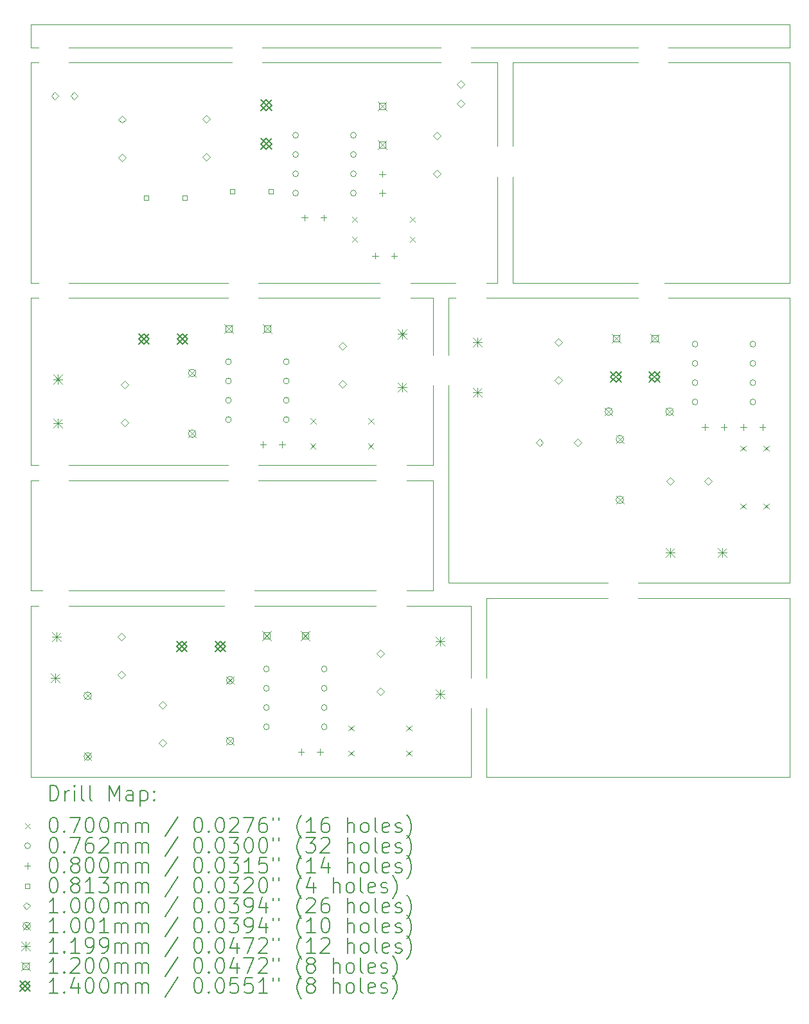
<source format=gbr>
%TF.GenerationSoftware,KiCad,Pcbnew,(6.0.8)*%
%TF.CreationDate,2022-11-19T23:49:12+04:00*%
%TF.ProjectId,panel,70616e65-6c2e-46b6-9963-61645f706362,rev?*%
%TF.SameCoordinates,Original*%
%TF.FileFunction,Drillmap*%
%TF.FilePolarity,Positive*%
%FSLAX45Y45*%
G04 Gerber Fmt 4.5, Leading zero omitted, Abs format (unit mm)*
G04 Created by KiCad (PCBNEW (6.0.8)) date 2022-11-19 23:49:12*
%MOMM*%
%LPD*%
G01*
G04 APERTURE LIST*
%ADD10C,0.100000*%
%ADD11C,0.050000*%
%ADD12C,0.200000*%
%ADD13C,0.070000*%
%ADD14C,0.076200*%
%ADD15C,0.080000*%
%ADD16C,0.081280*%
%ADD17C,0.100076*%
%ADD18C,0.119888*%
%ADD19C,0.120000*%
%ADD20C,0.140000*%
G04 APERTURE END LIST*
D10*
X6100000Y-6500000D02*
X6000000Y-6500000D01*
D11*
X6000000Y-12800000D02*
X6000000Y-10550000D01*
X11800000Y-12800000D02*
X6000000Y-12800000D01*
D10*
X11500000Y-10250000D02*
X11500000Y-7650000D01*
X11300000Y-10350000D02*
X10950000Y-10350000D01*
X8600000Y-8700000D02*
X6500000Y-8700000D01*
X6500000Y-3400000D02*
X8650000Y-3400000D01*
X10950000Y-10550000D02*
X11800000Y-10550000D01*
X11500000Y-7250000D02*
X11500000Y-6500000D01*
X16000000Y-6300000D02*
X14350000Y-6300000D01*
X11300000Y-7650000D02*
X11300000Y-8700000D01*
X10550000Y-8700000D02*
X9000000Y-8700000D01*
X14400000Y-3400000D02*
X16000000Y-3400000D01*
X11300000Y-8700000D02*
X10950000Y-8700000D01*
X8550000Y-10550000D02*
X6500000Y-10550000D01*
X11300000Y-6500000D02*
X11300000Y-7250000D01*
D11*
X16000000Y-6500000D02*
X16000000Y-10250000D01*
X6000000Y-6300000D02*
X6000000Y-3400000D01*
D10*
X11800000Y-10550000D02*
X11800000Y-11500000D01*
X11800000Y-3200000D02*
X14000000Y-3200000D01*
X6500000Y-10350000D02*
X8550000Y-10350000D01*
X6100000Y-10550000D02*
X6000000Y-10550000D01*
X12000000Y-11500000D02*
X12000000Y-10450000D01*
X11800000Y-11900000D02*
X11800000Y-12800000D01*
X6500000Y-8900000D02*
X8600000Y-8900000D01*
X14400000Y-6500000D02*
X16000000Y-6500000D01*
X14400000Y-3200000D02*
X16000000Y-3200000D01*
D11*
X6000000Y-8700000D02*
X6000000Y-6500000D01*
D10*
X6500000Y-3200000D02*
X8650000Y-3200000D01*
X12150000Y-4900000D02*
X12150000Y-6300000D01*
X12000000Y-10450000D02*
X13600000Y-10450000D01*
X11800000Y-3400000D02*
X12150000Y-3400000D01*
X12350000Y-3400000D02*
X12350000Y-4500000D01*
X6100000Y-8900000D02*
X6000000Y-8900000D01*
X11000000Y-6500000D02*
X11300000Y-6500000D01*
X6000000Y-3200000D02*
X6000000Y-2900000D01*
X12150000Y-6300000D02*
X12000000Y-6300000D01*
X16000000Y-2900000D02*
X16000000Y-3200000D01*
X8600000Y-6300000D02*
X6500000Y-6300000D01*
X14000000Y-6300000D02*
X12350000Y-6300000D01*
X10550000Y-8900000D02*
X9000000Y-8900000D01*
X16000000Y-3400000D02*
X16000000Y-6300000D01*
X11300000Y-8900000D02*
X11300000Y-10350000D01*
X6000000Y-2900000D02*
X16000000Y-2900000D01*
X12000000Y-6500000D02*
X14000000Y-6500000D01*
X16000000Y-10450000D02*
X16000000Y-12800000D01*
X14000000Y-3400000D02*
X12350000Y-3400000D01*
X11500000Y-6500000D02*
X11600000Y-6500000D01*
X12350000Y-6300000D02*
X12350000Y-4900000D01*
X6500000Y-6500000D02*
X8600000Y-6500000D01*
X12150000Y-4500000D02*
X12150000Y-3400000D01*
X6100000Y-6300000D02*
X6000000Y-6300000D01*
X6100000Y-3200000D02*
X6000000Y-3200000D01*
X6000000Y-10350000D02*
X6150000Y-10350000D01*
X9000000Y-6500000D02*
X10600000Y-6500000D01*
X9000000Y-6300000D02*
X10600000Y-6300000D01*
X9050000Y-3200000D02*
X11400000Y-3200000D01*
X13600000Y-10250000D02*
X11500000Y-10250000D01*
X10550000Y-10350000D02*
X8950000Y-10350000D01*
X12000000Y-12800000D02*
X12000000Y-11900000D01*
X6100000Y-8700000D02*
X6000000Y-8700000D01*
X11000000Y-6300000D02*
X11600000Y-6300000D01*
X16000000Y-12800000D02*
X12000000Y-12800000D01*
X6100000Y-3400000D02*
X6000000Y-3400000D01*
X6000000Y-8900000D02*
X6000000Y-10350000D01*
X10550000Y-10550000D02*
X8950000Y-10550000D01*
X14000000Y-10250000D02*
X16000000Y-10250000D01*
X10950000Y-8900000D02*
X11300000Y-8900000D01*
X14000000Y-10450000D02*
X16000000Y-10450000D01*
X9050000Y-3400000D02*
X11400000Y-3400000D01*
D12*
D13*
X9685110Y-8411800D02*
X9755110Y-8481800D01*
X9755110Y-8411800D02*
X9685110Y-8481800D01*
X9686380Y-8082870D02*
X9756380Y-8152870D01*
X9756380Y-8082870D02*
X9686380Y-8152870D01*
X10185110Y-12456300D02*
X10255110Y-12526300D01*
X10255110Y-12456300D02*
X10185110Y-12526300D01*
X10186380Y-12127370D02*
X10256380Y-12197370D01*
X10256380Y-12127370D02*
X10186380Y-12197370D01*
X10235000Y-5424800D02*
X10305000Y-5494800D01*
X10305000Y-5424800D02*
X10235000Y-5494800D01*
X10235000Y-5691500D02*
X10305000Y-5761500D01*
X10305000Y-5691500D02*
X10235000Y-5761500D01*
X10447110Y-8411800D02*
X10517110Y-8481800D01*
X10517110Y-8411800D02*
X10447110Y-8481800D01*
X10448380Y-8082870D02*
X10518380Y-8152870D01*
X10518380Y-8082870D02*
X10448380Y-8152870D01*
X10947110Y-12456300D02*
X11017110Y-12526300D01*
X11017110Y-12456300D02*
X10947110Y-12526300D01*
X10948380Y-12127370D02*
X11018380Y-12197370D01*
X11018380Y-12127370D02*
X10948380Y-12197370D01*
X10997000Y-5424800D02*
X11067000Y-5494800D01*
X11067000Y-5424800D02*
X10997000Y-5494800D01*
X10997000Y-5691500D02*
X11067000Y-5761500D01*
X11067000Y-5691500D02*
X10997000Y-5761500D01*
X15351800Y-8440800D02*
X15421800Y-8510800D01*
X15421800Y-8440800D02*
X15351800Y-8510800D01*
X15351800Y-9202800D02*
X15421800Y-9272800D01*
X15421800Y-9202800D02*
X15351800Y-9272800D01*
X15656600Y-8440800D02*
X15726600Y-8510800D01*
X15726600Y-8440800D02*
X15656600Y-8510800D01*
X15656600Y-9202800D02*
X15726600Y-9272800D01*
X15726600Y-9202800D02*
X15656600Y-9272800D01*
D14*
X8641880Y-7336820D02*
G75*
G03*
X8641880Y-7336820I-38100J0D01*
G01*
X8641880Y-7590820D02*
G75*
G03*
X8641880Y-7590820I-38100J0D01*
G01*
X8641880Y-7844820D02*
G75*
G03*
X8641880Y-7844820I-38100J0D01*
G01*
X8641880Y-8098820D02*
G75*
G03*
X8641880Y-8098820I-38100J0D01*
G01*
X9141880Y-11381320D02*
G75*
G03*
X9141880Y-11381320I-38100J0D01*
G01*
X9141880Y-11635320D02*
G75*
G03*
X9141880Y-11635320I-38100J0D01*
G01*
X9141880Y-11889320D02*
G75*
G03*
X9141880Y-11889320I-38100J0D01*
G01*
X9141880Y-12143320D02*
G75*
G03*
X9141880Y-12143320I-38100J0D01*
G01*
X9403880Y-7336820D02*
G75*
G03*
X9403880Y-7336820I-38100J0D01*
G01*
X9403880Y-7590820D02*
G75*
G03*
X9403880Y-7590820I-38100J0D01*
G01*
X9403880Y-7844820D02*
G75*
G03*
X9403880Y-7844820I-38100J0D01*
G01*
X9403880Y-8098820D02*
G75*
G03*
X9403880Y-8098820I-38100J0D01*
G01*
X9527050Y-4354900D02*
G75*
G03*
X9527050Y-4354900I-38100J0D01*
G01*
X9527050Y-4608900D02*
G75*
G03*
X9527050Y-4608900I-38100J0D01*
G01*
X9527050Y-4862900D02*
G75*
G03*
X9527050Y-4862900I-38100J0D01*
G01*
X9527050Y-5116900D02*
G75*
G03*
X9527050Y-5116900I-38100J0D01*
G01*
X9903880Y-11381320D02*
G75*
G03*
X9903880Y-11381320I-38100J0D01*
G01*
X9903880Y-11635320D02*
G75*
G03*
X9903880Y-11635320I-38100J0D01*
G01*
X9903880Y-11889320D02*
G75*
G03*
X9903880Y-11889320I-38100J0D01*
G01*
X9903880Y-12143320D02*
G75*
G03*
X9903880Y-12143320I-38100J0D01*
G01*
X10289050Y-4354900D02*
G75*
G03*
X10289050Y-4354900I-38100J0D01*
G01*
X10289050Y-4608900D02*
G75*
G03*
X10289050Y-4608900I-38100J0D01*
G01*
X10289050Y-4862900D02*
G75*
G03*
X10289050Y-4862900I-38100J0D01*
G01*
X10289050Y-5116900D02*
G75*
G03*
X10289050Y-5116900I-38100J0D01*
G01*
X14789900Y-7104200D02*
G75*
G03*
X14789900Y-7104200I-38100J0D01*
G01*
X14789900Y-7358200D02*
G75*
G03*
X14789900Y-7358200I-38100J0D01*
G01*
X14789900Y-7612200D02*
G75*
G03*
X14789900Y-7612200I-38100J0D01*
G01*
X14789900Y-7866200D02*
G75*
G03*
X14789900Y-7866200I-38100J0D01*
G01*
X15551900Y-7104200D02*
G75*
G03*
X15551900Y-7104200I-38100J0D01*
G01*
X15551900Y-7358200D02*
G75*
G03*
X15551900Y-7358200I-38100J0D01*
G01*
X15551900Y-7612200D02*
G75*
G03*
X15551900Y-7612200I-38100J0D01*
G01*
X15551900Y-7866200D02*
G75*
G03*
X15551900Y-7866200I-38100J0D01*
G01*
D15*
X9060980Y-8387750D02*
X9060980Y-8467750D01*
X9020980Y-8427750D02*
X9100980Y-8427750D01*
X9310980Y-8387750D02*
X9310980Y-8467750D01*
X9270980Y-8427750D02*
X9350980Y-8427750D01*
X9560980Y-12432250D02*
X9560980Y-12512250D01*
X9520980Y-12472250D02*
X9600980Y-12472250D01*
X9607250Y-5400750D02*
X9607250Y-5480750D01*
X9567250Y-5440750D02*
X9647250Y-5440750D01*
X9810980Y-12432250D02*
X9810980Y-12512250D01*
X9770980Y-12472250D02*
X9850980Y-12472250D01*
X9857250Y-5400750D02*
X9857250Y-5480750D01*
X9817250Y-5440750D02*
X9897250Y-5440750D01*
X10536700Y-5902400D02*
X10536700Y-5982400D01*
X10496700Y-5942400D02*
X10576700Y-5942400D01*
X10631950Y-4826900D02*
X10631950Y-4906900D01*
X10591950Y-4866900D02*
X10671950Y-4866900D01*
X10631950Y-5076900D02*
X10631950Y-5156900D01*
X10591950Y-5116900D02*
X10671950Y-5116900D01*
X10786700Y-5902400D02*
X10786700Y-5982400D01*
X10746700Y-5942400D02*
X10826700Y-5942400D01*
X14882800Y-8156400D02*
X14882800Y-8236400D01*
X14842800Y-8196400D02*
X14922800Y-8196400D01*
X15132800Y-8156400D02*
X15132800Y-8236400D01*
X15092800Y-8196400D02*
X15172800Y-8196400D01*
X15390800Y-8156400D02*
X15390800Y-8236400D01*
X15350800Y-8196400D02*
X15430800Y-8196400D01*
X15640800Y-8156400D02*
X15640800Y-8236400D01*
X15600800Y-8196400D02*
X15680800Y-8196400D01*
D16*
X7549187Y-5209137D02*
X7549187Y-5151663D01*
X7491713Y-5151663D01*
X7491713Y-5209137D01*
X7549187Y-5209137D01*
X8057187Y-5209137D02*
X8057187Y-5151663D01*
X7999713Y-5151663D01*
X7999713Y-5209137D01*
X8057187Y-5209137D01*
X8685837Y-5120237D02*
X8685837Y-5062763D01*
X8628363Y-5062763D01*
X8628363Y-5120237D01*
X8685837Y-5120237D01*
X9193837Y-5120237D02*
X9193837Y-5062763D01*
X9136363Y-5062763D01*
X9136363Y-5120237D01*
X9193837Y-5120237D01*
D10*
X6317760Y-3884200D02*
X6367760Y-3834200D01*
X6317760Y-3784200D01*
X6267760Y-3834200D01*
X6317760Y-3884200D01*
X6571760Y-3884200D02*
X6621760Y-3834200D01*
X6571760Y-3784200D01*
X6521760Y-3834200D01*
X6571760Y-3884200D01*
X7196240Y-11007520D02*
X7246240Y-10957520D01*
X7196240Y-10907520D01*
X7146240Y-10957520D01*
X7196240Y-11007520D01*
X7196240Y-11507520D02*
X7246240Y-11457520D01*
X7196240Y-11407520D01*
X7146240Y-11457520D01*
X7196240Y-11507520D01*
X7202950Y-4197000D02*
X7252950Y-4147000D01*
X7202950Y-4097000D01*
X7152950Y-4147000D01*
X7202950Y-4197000D01*
X7202950Y-4697000D02*
X7252950Y-4647000D01*
X7202950Y-4597000D01*
X7152950Y-4647000D01*
X7202950Y-4697000D01*
X7238276Y-7688444D02*
X7288276Y-7638444D01*
X7238276Y-7588444D01*
X7188276Y-7638444D01*
X7238276Y-7688444D01*
X7238276Y-8188444D02*
X7288276Y-8138444D01*
X7238276Y-8088444D01*
X7188276Y-8138444D01*
X7238276Y-8188444D01*
X7738276Y-11906680D02*
X7788276Y-11856680D01*
X7738276Y-11806680D01*
X7688276Y-11856680D01*
X7738276Y-11906680D01*
X7738276Y-12406680D02*
X7788276Y-12356680D01*
X7738276Y-12306680D01*
X7688276Y-12356680D01*
X7738276Y-12406680D01*
X8314200Y-4190650D02*
X8364200Y-4140650D01*
X8314200Y-4090650D01*
X8264200Y-4140650D01*
X8314200Y-4190650D01*
X8314200Y-4690650D02*
X8364200Y-4640650D01*
X8314200Y-4590650D01*
X8264200Y-4640650D01*
X8314200Y-4690650D01*
X10106444Y-7182730D02*
X10156444Y-7132730D01*
X10106444Y-7082730D01*
X10056444Y-7132730D01*
X10106444Y-7182730D01*
X10106444Y-7682730D02*
X10156444Y-7632730D01*
X10106444Y-7582730D01*
X10056444Y-7632730D01*
X10106444Y-7682730D01*
X10606444Y-11227230D02*
X10656444Y-11177230D01*
X10606444Y-11127230D01*
X10556444Y-11177230D01*
X10606444Y-11227230D01*
X10606444Y-11727230D02*
X10656444Y-11677230D01*
X10606444Y-11627230D01*
X10556444Y-11677230D01*
X10606444Y-11727230D01*
X11349500Y-4412900D02*
X11399500Y-4362900D01*
X11349500Y-4312900D01*
X11299500Y-4362900D01*
X11349500Y-4412900D01*
X11349500Y-4912900D02*
X11399500Y-4862900D01*
X11349500Y-4812900D01*
X11299500Y-4862900D01*
X11349500Y-4912900D01*
X11667000Y-3731800D02*
X11717000Y-3681800D01*
X11667000Y-3631800D01*
X11617000Y-3681800D01*
X11667000Y-3731800D01*
X11667000Y-3985800D02*
X11717000Y-3935800D01*
X11667000Y-3885800D01*
X11617000Y-3935800D01*
X11667000Y-3985800D01*
X12702400Y-8449600D02*
X12752400Y-8399600D01*
X12702400Y-8349600D01*
X12652400Y-8399600D01*
X12702400Y-8449600D01*
X12948400Y-7128800D02*
X12998400Y-7078800D01*
X12948400Y-7028800D01*
X12898400Y-7078800D01*
X12948400Y-7128800D01*
X12948400Y-7628800D02*
X12998400Y-7578800D01*
X12948400Y-7528800D01*
X12898400Y-7578800D01*
X12948400Y-7628800D01*
X13202400Y-8449600D02*
X13252400Y-8399600D01*
X13202400Y-8349600D01*
X13152400Y-8399600D01*
X13202400Y-8449600D01*
X14421600Y-8957600D02*
X14471600Y-8907600D01*
X14421600Y-8857600D01*
X14371600Y-8907600D01*
X14421600Y-8957600D01*
X14921600Y-8957600D02*
X14971600Y-8907600D01*
X14921600Y-8857600D01*
X14871600Y-8907600D01*
X14921600Y-8957600D01*
D17*
X6699162Y-11683072D02*
X6799238Y-11783148D01*
X6799238Y-11683072D02*
X6699162Y-11783148D01*
X6799238Y-11733110D02*
G75*
G03*
X6799238Y-11733110I-50038J0D01*
G01*
X6699162Y-12483172D02*
X6799238Y-12583248D01*
X6799238Y-12483172D02*
X6699162Y-12583248D01*
X6799238Y-12533210D02*
G75*
G03*
X6799238Y-12533210I-50038J0D01*
G01*
X8076222Y-7434356D02*
X8176298Y-7534432D01*
X8176298Y-7434356D02*
X8076222Y-7534432D01*
X8176298Y-7484394D02*
G75*
G03*
X8176298Y-7484394I-50038J0D01*
G01*
X8076222Y-8234456D02*
X8176298Y-8334532D01*
X8176298Y-8234456D02*
X8076222Y-8334532D01*
X8176298Y-8284494D02*
G75*
G03*
X8176298Y-8284494I-50038J0D01*
G01*
X8576222Y-11478856D02*
X8676298Y-11578932D01*
X8676298Y-11478856D02*
X8576222Y-11578932D01*
X8676298Y-11528894D02*
G75*
G03*
X8676298Y-11528894I-50038J0D01*
G01*
X8576222Y-12278956D02*
X8676298Y-12379032D01*
X8676298Y-12278956D02*
X8576222Y-12379032D01*
X8676298Y-12328994D02*
G75*
G03*
X8676298Y-12328994I-50038J0D01*
G01*
X13565112Y-7943162D02*
X13665188Y-8043238D01*
X13665188Y-7943162D02*
X13565112Y-8043238D01*
X13665188Y-7993200D02*
G75*
G03*
X13665188Y-7993200I-50038J0D01*
G01*
X13711162Y-8305112D02*
X13811238Y-8405188D01*
X13811238Y-8305112D02*
X13711162Y-8405188D01*
X13811238Y-8355150D02*
G75*
G03*
X13811238Y-8355150I-50038J0D01*
G01*
X13711162Y-9105212D02*
X13811238Y-9205288D01*
X13811238Y-9105212D02*
X13711162Y-9205288D01*
X13811238Y-9155250D02*
G75*
G03*
X13811238Y-9155250I-50038J0D01*
G01*
X14365212Y-7943162D02*
X14465288Y-8043238D01*
X14465288Y-7943162D02*
X14365212Y-8043238D01*
X14465288Y-7993200D02*
G75*
G03*
X14465288Y-7993200I-50038J0D01*
G01*
D18*
X6263806Y-11440756D02*
X6383694Y-11560644D01*
X6383694Y-11440756D02*
X6263806Y-11560644D01*
X6323750Y-11440756D02*
X6323750Y-11560644D01*
X6263806Y-11500700D02*
X6383694Y-11500700D01*
X6276506Y-10901006D02*
X6396394Y-11020894D01*
X6396394Y-10901006D02*
X6276506Y-11020894D01*
X6336450Y-10901006D02*
X6336450Y-11020894D01*
X6276506Y-10960950D02*
X6396394Y-10960950D01*
X6297714Y-7507000D02*
X6417602Y-7626888D01*
X6417602Y-7507000D02*
X6297714Y-7626888D01*
X6357658Y-7507000D02*
X6357658Y-7626888D01*
X6297714Y-7566944D02*
X6417602Y-7566944D01*
X6297714Y-8085358D02*
X6417602Y-8205246D01*
X6417602Y-8085358D02*
X6297714Y-8205246D01*
X6357658Y-8085358D02*
X6357658Y-8205246D01*
X6297714Y-8145302D02*
X6417602Y-8145302D01*
X10837202Y-6913910D02*
X10957090Y-7033798D01*
X10957090Y-6913910D02*
X10837202Y-7033798D01*
X10897146Y-6913910D02*
X10897146Y-7033798D01*
X10837202Y-6973854D02*
X10957090Y-6973854D01*
X10837202Y-7609362D02*
X10957090Y-7729250D01*
X10957090Y-7609362D02*
X10837202Y-7729250D01*
X10897146Y-7609362D02*
X10897146Y-7729250D01*
X10837202Y-7669306D02*
X10957090Y-7669306D01*
X11337202Y-10958410D02*
X11457090Y-11078298D01*
X11457090Y-10958410D02*
X11337202Y-11078298D01*
X11397146Y-10958410D02*
X11397146Y-11078298D01*
X11337202Y-11018354D02*
X11457090Y-11018354D01*
X11337202Y-11653862D02*
X11457090Y-11773750D01*
X11457090Y-11653862D02*
X11337202Y-11773750D01*
X11397146Y-11653862D02*
X11397146Y-11773750D01*
X11337202Y-11713806D02*
X11457090Y-11713806D01*
X11821656Y-7018856D02*
X11941544Y-7138744D01*
X11941544Y-7018856D02*
X11821656Y-7138744D01*
X11881600Y-7018856D02*
X11881600Y-7138744D01*
X11821656Y-7078800D02*
X11941544Y-7078800D01*
X11821656Y-7679256D02*
X11941544Y-7799144D01*
X11941544Y-7679256D02*
X11821656Y-7799144D01*
X11881600Y-7679256D02*
X11881600Y-7799144D01*
X11821656Y-7739200D02*
X11941544Y-7739200D01*
X14361656Y-9787456D02*
X14481544Y-9907344D01*
X14481544Y-9787456D02*
X14361656Y-9907344D01*
X14421600Y-9787456D02*
X14421600Y-9907344D01*
X14361656Y-9847400D02*
X14481544Y-9847400D01*
X15047456Y-9787456D02*
X15167344Y-9907344D01*
X15167344Y-9787456D02*
X15047456Y-9907344D01*
X15107400Y-9787456D02*
X15107400Y-9907344D01*
X15047456Y-9847400D02*
X15167344Y-9847400D01*
D19*
X8547590Y-6839940D02*
X8667590Y-6959940D01*
X8667590Y-6839940D02*
X8547590Y-6959940D01*
X8650017Y-6942367D02*
X8650017Y-6857513D01*
X8565163Y-6857513D01*
X8565163Y-6942367D01*
X8650017Y-6942367D01*
X9047590Y-10884440D02*
X9167590Y-11004440D01*
X9167590Y-10884440D02*
X9047590Y-11004440D01*
X9150017Y-10986867D02*
X9150017Y-10902013D01*
X9065163Y-10902013D01*
X9065163Y-10986867D01*
X9150017Y-10986867D01*
X9055590Y-6839940D02*
X9175590Y-6959940D01*
X9175590Y-6839940D02*
X9055590Y-6959940D01*
X9158017Y-6942367D02*
X9158017Y-6857513D01*
X9073163Y-6857513D01*
X9073163Y-6942367D01*
X9158017Y-6942367D01*
X9555590Y-10884440D02*
X9675590Y-11004440D01*
X9675590Y-10884440D02*
X9555590Y-11004440D01*
X9658017Y-10986867D02*
X9658017Y-10902013D01*
X9573163Y-10902013D01*
X9573163Y-10986867D01*
X9658017Y-10986867D01*
X10571950Y-3913900D02*
X10691950Y-4033900D01*
X10691950Y-3913900D02*
X10571950Y-4033900D01*
X10674377Y-4016327D02*
X10674377Y-3931473D01*
X10589523Y-3931473D01*
X10589523Y-4016327D01*
X10674377Y-4016327D01*
X10571950Y-4421900D02*
X10691950Y-4541900D01*
X10691950Y-4421900D02*
X10571950Y-4541900D01*
X10674377Y-4524327D02*
X10674377Y-4439473D01*
X10589523Y-4439473D01*
X10589523Y-4524327D01*
X10674377Y-4524327D01*
X13650400Y-6968000D02*
X13770400Y-7088000D01*
X13770400Y-6968000D02*
X13650400Y-7088000D01*
X13752827Y-7070427D02*
X13752827Y-6985573D01*
X13667973Y-6985573D01*
X13667973Y-7070427D01*
X13752827Y-7070427D01*
X14158400Y-6968000D02*
X14278400Y-7088000D01*
X14278400Y-6968000D02*
X14158400Y-7088000D01*
X14260827Y-7070427D02*
X14260827Y-6985573D01*
X14175973Y-6985573D01*
X14175973Y-7070427D01*
X14260827Y-7070427D01*
D20*
X7419736Y-6969640D02*
X7559736Y-7109640D01*
X7559736Y-6969640D02*
X7419736Y-7109640D01*
X7489736Y-7109640D02*
X7559736Y-7039640D01*
X7489736Y-6969640D01*
X7419736Y-7039640D01*
X7489736Y-7109640D01*
X7919736Y-11014140D02*
X8059736Y-11154140D01*
X8059736Y-11014140D02*
X7919736Y-11154140D01*
X7989736Y-11154140D02*
X8059736Y-11084140D01*
X7989736Y-11014140D01*
X7919736Y-11084140D01*
X7989736Y-11154140D01*
X7927736Y-6969640D02*
X8067736Y-7109640D01*
X8067736Y-6969640D02*
X7927736Y-7109640D01*
X7997736Y-7109640D02*
X8067736Y-7039640D01*
X7997736Y-6969640D01*
X7927736Y-7039640D01*
X7997736Y-7109640D01*
X8427736Y-11014140D02*
X8567736Y-11154140D01*
X8567736Y-11014140D02*
X8427736Y-11154140D01*
X8497736Y-11154140D02*
X8567736Y-11084140D01*
X8497736Y-11014140D01*
X8427736Y-11084140D01*
X8497736Y-11154140D01*
X9031600Y-3891200D02*
X9171600Y-4031200D01*
X9171600Y-3891200D02*
X9031600Y-4031200D01*
X9101600Y-4031200D02*
X9171600Y-3961200D01*
X9101600Y-3891200D01*
X9031600Y-3961200D01*
X9101600Y-4031200D01*
X9031600Y-4399200D02*
X9171600Y-4539200D01*
X9171600Y-4399200D02*
X9031600Y-4539200D01*
X9101600Y-4539200D02*
X9171600Y-4469200D01*
X9101600Y-4399200D01*
X9031600Y-4469200D01*
X9101600Y-4539200D01*
X13640400Y-7466000D02*
X13780400Y-7606000D01*
X13780400Y-7466000D02*
X13640400Y-7606000D01*
X13710400Y-7606000D02*
X13780400Y-7536000D01*
X13710400Y-7466000D01*
X13640400Y-7536000D01*
X13710400Y-7606000D01*
X14148400Y-7466000D02*
X14288400Y-7606000D01*
X14288400Y-7466000D02*
X14148400Y-7606000D01*
X14218400Y-7606000D02*
X14288400Y-7536000D01*
X14218400Y-7466000D01*
X14148400Y-7536000D01*
X14218400Y-7606000D01*
D12*
X6252619Y-13115476D02*
X6252619Y-12915476D01*
X6300238Y-12915476D01*
X6328809Y-12925000D01*
X6347857Y-12944048D01*
X6357381Y-12963095D01*
X6366905Y-13001190D01*
X6366905Y-13029762D01*
X6357381Y-13067857D01*
X6347857Y-13086905D01*
X6328809Y-13105952D01*
X6300238Y-13115476D01*
X6252619Y-13115476D01*
X6452619Y-13115476D02*
X6452619Y-12982143D01*
X6452619Y-13020238D02*
X6462143Y-13001190D01*
X6471667Y-12991667D01*
X6490714Y-12982143D01*
X6509762Y-12982143D01*
X6576428Y-13115476D02*
X6576428Y-12982143D01*
X6576428Y-12915476D02*
X6566905Y-12925000D01*
X6576428Y-12934524D01*
X6585952Y-12925000D01*
X6576428Y-12915476D01*
X6576428Y-12934524D01*
X6700238Y-13115476D02*
X6681190Y-13105952D01*
X6671667Y-13086905D01*
X6671667Y-12915476D01*
X6805000Y-13115476D02*
X6785952Y-13105952D01*
X6776428Y-13086905D01*
X6776428Y-12915476D01*
X7033571Y-13115476D02*
X7033571Y-12915476D01*
X7100238Y-13058333D01*
X7166905Y-12915476D01*
X7166905Y-13115476D01*
X7347857Y-13115476D02*
X7347857Y-13010714D01*
X7338333Y-12991667D01*
X7319286Y-12982143D01*
X7281190Y-12982143D01*
X7262143Y-12991667D01*
X7347857Y-13105952D02*
X7328809Y-13115476D01*
X7281190Y-13115476D01*
X7262143Y-13105952D01*
X7252619Y-13086905D01*
X7252619Y-13067857D01*
X7262143Y-13048809D01*
X7281190Y-13039286D01*
X7328809Y-13039286D01*
X7347857Y-13029762D01*
X7443095Y-12982143D02*
X7443095Y-13182143D01*
X7443095Y-12991667D02*
X7462143Y-12982143D01*
X7500238Y-12982143D01*
X7519286Y-12991667D01*
X7528809Y-13001190D01*
X7538333Y-13020238D01*
X7538333Y-13077381D01*
X7528809Y-13096428D01*
X7519286Y-13105952D01*
X7500238Y-13115476D01*
X7462143Y-13115476D01*
X7443095Y-13105952D01*
X7624048Y-13096428D02*
X7633571Y-13105952D01*
X7624048Y-13115476D01*
X7614524Y-13105952D01*
X7624048Y-13096428D01*
X7624048Y-13115476D01*
X7624048Y-12991667D02*
X7633571Y-13001190D01*
X7624048Y-13010714D01*
X7614524Y-13001190D01*
X7624048Y-12991667D01*
X7624048Y-13010714D01*
D13*
X5925000Y-13410000D02*
X5995000Y-13480000D01*
X5995000Y-13410000D02*
X5925000Y-13480000D01*
D12*
X6290714Y-13335476D02*
X6309762Y-13335476D01*
X6328809Y-13345000D01*
X6338333Y-13354524D01*
X6347857Y-13373571D01*
X6357381Y-13411667D01*
X6357381Y-13459286D01*
X6347857Y-13497381D01*
X6338333Y-13516428D01*
X6328809Y-13525952D01*
X6309762Y-13535476D01*
X6290714Y-13535476D01*
X6271667Y-13525952D01*
X6262143Y-13516428D01*
X6252619Y-13497381D01*
X6243095Y-13459286D01*
X6243095Y-13411667D01*
X6252619Y-13373571D01*
X6262143Y-13354524D01*
X6271667Y-13345000D01*
X6290714Y-13335476D01*
X6443095Y-13516428D02*
X6452619Y-13525952D01*
X6443095Y-13535476D01*
X6433571Y-13525952D01*
X6443095Y-13516428D01*
X6443095Y-13535476D01*
X6519286Y-13335476D02*
X6652619Y-13335476D01*
X6566905Y-13535476D01*
X6766905Y-13335476D02*
X6785952Y-13335476D01*
X6805000Y-13345000D01*
X6814524Y-13354524D01*
X6824048Y-13373571D01*
X6833571Y-13411667D01*
X6833571Y-13459286D01*
X6824048Y-13497381D01*
X6814524Y-13516428D01*
X6805000Y-13525952D01*
X6785952Y-13535476D01*
X6766905Y-13535476D01*
X6747857Y-13525952D01*
X6738333Y-13516428D01*
X6728809Y-13497381D01*
X6719286Y-13459286D01*
X6719286Y-13411667D01*
X6728809Y-13373571D01*
X6738333Y-13354524D01*
X6747857Y-13345000D01*
X6766905Y-13335476D01*
X6957381Y-13335476D02*
X6976428Y-13335476D01*
X6995476Y-13345000D01*
X7005000Y-13354524D01*
X7014524Y-13373571D01*
X7024048Y-13411667D01*
X7024048Y-13459286D01*
X7014524Y-13497381D01*
X7005000Y-13516428D01*
X6995476Y-13525952D01*
X6976428Y-13535476D01*
X6957381Y-13535476D01*
X6938333Y-13525952D01*
X6928809Y-13516428D01*
X6919286Y-13497381D01*
X6909762Y-13459286D01*
X6909762Y-13411667D01*
X6919286Y-13373571D01*
X6928809Y-13354524D01*
X6938333Y-13345000D01*
X6957381Y-13335476D01*
X7109762Y-13535476D02*
X7109762Y-13402143D01*
X7109762Y-13421190D02*
X7119286Y-13411667D01*
X7138333Y-13402143D01*
X7166905Y-13402143D01*
X7185952Y-13411667D01*
X7195476Y-13430714D01*
X7195476Y-13535476D01*
X7195476Y-13430714D02*
X7205000Y-13411667D01*
X7224048Y-13402143D01*
X7252619Y-13402143D01*
X7271667Y-13411667D01*
X7281190Y-13430714D01*
X7281190Y-13535476D01*
X7376428Y-13535476D02*
X7376428Y-13402143D01*
X7376428Y-13421190D02*
X7385952Y-13411667D01*
X7405000Y-13402143D01*
X7433571Y-13402143D01*
X7452619Y-13411667D01*
X7462143Y-13430714D01*
X7462143Y-13535476D01*
X7462143Y-13430714D02*
X7471667Y-13411667D01*
X7490714Y-13402143D01*
X7519286Y-13402143D01*
X7538333Y-13411667D01*
X7547857Y-13430714D01*
X7547857Y-13535476D01*
X7938333Y-13325952D02*
X7766905Y-13583095D01*
X8195476Y-13335476D02*
X8214524Y-13335476D01*
X8233571Y-13345000D01*
X8243095Y-13354524D01*
X8252619Y-13373571D01*
X8262143Y-13411667D01*
X8262143Y-13459286D01*
X8252619Y-13497381D01*
X8243095Y-13516428D01*
X8233571Y-13525952D01*
X8214524Y-13535476D01*
X8195476Y-13535476D01*
X8176428Y-13525952D01*
X8166905Y-13516428D01*
X8157381Y-13497381D01*
X8147857Y-13459286D01*
X8147857Y-13411667D01*
X8157381Y-13373571D01*
X8166905Y-13354524D01*
X8176428Y-13345000D01*
X8195476Y-13335476D01*
X8347857Y-13516428D02*
X8357381Y-13525952D01*
X8347857Y-13535476D01*
X8338333Y-13525952D01*
X8347857Y-13516428D01*
X8347857Y-13535476D01*
X8481190Y-13335476D02*
X8500238Y-13335476D01*
X8519286Y-13345000D01*
X8528810Y-13354524D01*
X8538333Y-13373571D01*
X8547857Y-13411667D01*
X8547857Y-13459286D01*
X8538333Y-13497381D01*
X8528810Y-13516428D01*
X8519286Y-13525952D01*
X8500238Y-13535476D01*
X8481190Y-13535476D01*
X8462143Y-13525952D01*
X8452619Y-13516428D01*
X8443095Y-13497381D01*
X8433571Y-13459286D01*
X8433571Y-13411667D01*
X8443095Y-13373571D01*
X8452619Y-13354524D01*
X8462143Y-13345000D01*
X8481190Y-13335476D01*
X8624048Y-13354524D02*
X8633571Y-13345000D01*
X8652619Y-13335476D01*
X8700238Y-13335476D01*
X8719286Y-13345000D01*
X8728810Y-13354524D01*
X8738333Y-13373571D01*
X8738333Y-13392619D01*
X8728810Y-13421190D01*
X8614524Y-13535476D01*
X8738333Y-13535476D01*
X8805000Y-13335476D02*
X8938333Y-13335476D01*
X8852619Y-13535476D01*
X9100238Y-13335476D02*
X9062143Y-13335476D01*
X9043095Y-13345000D01*
X9033571Y-13354524D01*
X9014524Y-13383095D01*
X9005000Y-13421190D01*
X9005000Y-13497381D01*
X9014524Y-13516428D01*
X9024048Y-13525952D01*
X9043095Y-13535476D01*
X9081190Y-13535476D01*
X9100238Y-13525952D01*
X9109762Y-13516428D01*
X9119286Y-13497381D01*
X9119286Y-13449762D01*
X9109762Y-13430714D01*
X9100238Y-13421190D01*
X9081190Y-13411667D01*
X9043095Y-13411667D01*
X9024048Y-13421190D01*
X9014524Y-13430714D01*
X9005000Y-13449762D01*
X9195476Y-13335476D02*
X9195476Y-13373571D01*
X9271667Y-13335476D02*
X9271667Y-13373571D01*
X9566905Y-13611667D02*
X9557381Y-13602143D01*
X9538333Y-13573571D01*
X9528810Y-13554524D01*
X9519286Y-13525952D01*
X9509762Y-13478333D01*
X9509762Y-13440238D01*
X9519286Y-13392619D01*
X9528810Y-13364048D01*
X9538333Y-13345000D01*
X9557381Y-13316428D01*
X9566905Y-13306905D01*
X9747857Y-13535476D02*
X9633571Y-13535476D01*
X9690714Y-13535476D02*
X9690714Y-13335476D01*
X9671667Y-13364048D01*
X9652619Y-13383095D01*
X9633571Y-13392619D01*
X9919286Y-13335476D02*
X9881190Y-13335476D01*
X9862143Y-13345000D01*
X9852619Y-13354524D01*
X9833571Y-13383095D01*
X9824048Y-13421190D01*
X9824048Y-13497381D01*
X9833571Y-13516428D01*
X9843095Y-13525952D01*
X9862143Y-13535476D01*
X9900238Y-13535476D01*
X9919286Y-13525952D01*
X9928810Y-13516428D01*
X9938333Y-13497381D01*
X9938333Y-13449762D01*
X9928810Y-13430714D01*
X9919286Y-13421190D01*
X9900238Y-13411667D01*
X9862143Y-13411667D01*
X9843095Y-13421190D01*
X9833571Y-13430714D01*
X9824048Y-13449762D01*
X10176429Y-13535476D02*
X10176429Y-13335476D01*
X10262143Y-13535476D02*
X10262143Y-13430714D01*
X10252619Y-13411667D01*
X10233571Y-13402143D01*
X10205000Y-13402143D01*
X10185952Y-13411667D01*
X10176429Y-13421190D01*
X10385952Y-13535476D02*
X10366905Y-13525952D01*
X10357381Y-13516428D01*
X10347857Y-13497381D01*
X10347857Y-13440238D01*
X10357381Y-13421190D01*
X10366905Y-13411667D01*
X10385952Y-13402143D01*
X10414524Y-13402143D01*
X10433571Y-13411667D01*
X10443095Y-13421190D01*
X10452619Y-13440238D01*
X10452619Y-13497381D01*
X10443095Y-13516428D01*
X10433571Y-13525952D01*
X10414524Y-13535476D01*
X10385952Y-13535476D01*
X10566905Y-13535476D02*
X10547857Y-13525952D01*
X10538333Y-13506905D01*
X10538333Y-13335476D01*
X10719286Y-13525952D02*
X10700238Y-13535476D01*
X10662143Y-13535476D01*
X10643095Y-13525952D01*
X10633571Y-13506905D01*
X10633571Y-13430714D01*
X10643095Y-13411667D01*
X10662143Y-13402143D01*
X10700238Y-13402143D01*
X10719286Y-13411667D01*
X10728810Y-13430714D01*
X10728810Y-13449762D01*
X10633571Y-13468809D01*
X10805000Y-13525952D02*
X10824048Y-13535476D01*
X10862143Y-13535476D01*
X10881190Y-13525952D01*
X10890714Y-13506905D01*
X10890714Y-13497381D01*
X10881190Y-13478333D01*
X10862143Y-13468809D01*
X10833571Y-13468809D01*
X10814524Y-13459286D01*
X10805000Y-13440238D01*
X10805000Y-13430714D01*
X10814524Y-13411667D01*
X10833571Y-13402143D01*
X10862143Y-13402143D01*
X10881190Y-13411667D01*
X10957381Y-13611667D02*
X10966905Y-13602143D01*
X10985952Y-13573571D01*
X10995476Y-13554524D01*
X11005000Y-13525952D01*
X11014524Y-13478333D01*
X11014524Y-13440238D01*
X11005000Y-13392619D01*
X10995476Y-13364048D01*
X10985952Y-13345000D01*
X10966905Y-13316428D01*
X10957381Y-13306905D01*
D14*
X5995000Y-13709000D02*
G75*
G03*
X5995000Y-13709000I-38100J0D01*
G01*
D12*
X6290714Y-13599476D02*
X6309762Y-13599476D01*
X6328809Y-13609000D01*
X6338333Y-13618524D01*
X6347857Y-13637571D01*
X6357381Y-13675667D01*
X6357381Y-13723286D01*
X6347857Y-13761381D01*
X6338333Y-13780428D01*
X6328809Y-13789952D01*
X6309762Y-13799476D01*
X6290714Y-13799476D01*
X6271667Y-13789952D01*
X6262143Y-13780428D01*
X6252619Y-13761381D01*
X6243095Y-13723286D01*
X6243095Y-13675667D01*
X6252619Y-13637571D01*
X6262143Y-13618524D01*
X6271667Y-13609000D01*
X6290714Y-13599476D01*
X6443095Y-13780428D02*
X6452619Y-13789952D01*
X6443095Y-13799476D01*
X6433571Y-13789952D01*
X6443095Y-13780428D01*
X6443095Y-13799476D01*
X6519286Y-13599476D02*
X6652619Y-13599476D01*
X6566905Y-13799476D01*
X6814524Y-13599476D02*
X6776428Y-13599476D01*
X6757381Y-13609000D01*
X6747857Y-13618524D01*
X6728809Y-13647095D01*
X6719286Y-13685190D01*
X6719286Y-13761381D01*
X6728809Y-13780428D01*
X6738333Y-13789952D01*
X6757381Y-13799476D01*
X6795476Y-13799476D01*
X6814524Y-13789952D01*
X6824048Y-13780428D01*
X6833571Y-13761381D01*
X6833571Y-13713762D01*
X6824048Y-13694714D01*
X6814524Y-13685190D01*
X6795476Y-13675667D01*
X6757381Y-13675667D01*
X6738333Y-13685190D01*
X6728809Y-13694714D01*
X6719286Y-13713762D01*
X6909762Y-13618524D02*
X6919286Y-13609000D01*
X6938333Y-13599476D01*
X6985952Y-13599476D01*
X7005000Y-13609000D01*
X7014524Y-13618524D01*
X7024048Y-13637571D01*
X7024048Y-13656619D01*
X7014524Y-13685190D01*
X6900238Y-13799476D01*
X7024048Y-13799476D01*
X7109762Y-13799476D02*
X7109762Y-13666143D01*
X7109762Y-13685190D02*
X7119286Y-13675667D01*
X7138333Y-13666143D01*
X7166905Y-13666143D01*
X7185952Y-13675667D01*
X7195476Y-13694714D01*
X7195476Y-13799476D01*
X7195476Y-13694714D02*
X7205000Y-13675667D01*
X7224048Y-13666143D01*
X7252619Y-13666143D01*
X7271667Y-13675667D01*
X7281190Y-13694714D01*
X7281190Y-13799476D01*
X7376428Y-13799476D02*
X7376428Y-13666143D01*
X7376428Y-13685190D02*
X7385952Y-13675667D01*
X7405000Y-13666143D01*
X7433571Y-13666143D01*
X7452619Y-13675667D01*
X7462143Y-13694714D01*
X7462143Y-13799476D01*
X7462143Y-13694714D02*
X7471667Y-13675667D01*
X7490714Y-13666143D01*
X7519286Y-13666143D01*
X7538333Y-13675667D01*
X7547857Y-13694714D01*
X7547857Y-13799476D01*
X7938333Y-13589952D02*
X7766905Y-13847095D01*
X8195476Y-13599476D02*
X8214524Y-13599476D01*
X8233571Y-13609000D01*
X8243095Y-13618524D01*
X8252619Y-13637571D01*
X8262143Y-13675667D01*
X8262143Y-13723286D01*
X8252619Y-13761381D01*
X8243095Y-13780428D01*
X8233571Y-13789952D01*
X8214524Y-13799476D01*
X8195476Y-13799476D01*
X8176428Y-13789952D01*
X8166905Y-13780428D01*
X8157381Y-13761381D01*
X8147857Y-13723286D01*
X8147857Y-13675667D01*
X8157381Y-13637571D01*
X8166905Y-13618524D01*
X8176428Y-13609000D01*
X8195476Y-13599476D01*
X8347857Y-13780428D02*
X8357381Y-13789952D01*
X8347857Y-13799476D01*
X8338333Y-13789952D01*
X8347857Y-13780428D01*
X8347857Y-13799476D01*
X8481190Y-13599476D02*
X8500238Y-13599476D01*
X8519286Y-13609000D01*
X8528810Y-13618524D01*
X8538333Y-13637571D01*
X8547857Y-13675667D01*
X8547857Y-13723286D01*
X8538333Y-13761381D01*
X8528810Y-13780428D01*
X8519286Y-13789952D01*
X8500238Y-13799476D01*
X8481190Y-13799476D01*
X8462143Y-13789952D01*
X8452619Y-13780428D01*
X8443095Y-13761381D01*
X8433571Y-13723286D01*
X8433571Y-13675667D01*
X8443095Y-13637571D01*
X8452619Y-13618524D01*
X8462143Y-13609000D01*
X8481190Y-13599476D01*
X8614524Y-13599476D02*
X8738333Y-13599476D01*
X8671667Y-13675667D01*
X8700238Y-13675667D01*
X8719286Y-13685190D01*
X8728810Y-13694714D01*
X8738333Y-13713762D01*
X8738333Y-13761381D01*
X8728810Y-13780428D01*
X8719286Y-13789952D01*
X8700238Y-13799476D01*
X8643095Y-13799476D01*
X8624048Y-13789952D01*
X8614524Y-13780428D01*
X8862143Y-13599476D02*
X8881190Y-13599476D01*
X8900238Y-13609000D01*
X8909762Y-13618524D01*
X8919286Y-13637571D01*
X8928810Y-13675667D01*
X8928810Y-13723286D01*
X8919286Y-13761381D01*
X8909762Y-13780428D01*
X8900238Y-13789952D01*
X8881190Y-13799476D01*
X8862143Y-13799476D01*
X8843095Y-13789952D01*
X8833571Y-13780428D01*
X8824048Y-13761381D01*
X8814524Y-13723286D01*
X8814524Y-13675667D01*
X8824048Y-13637571D01*
X8833571Y-13618524D01*
X8843095Y-13609000D01*
X8862143Y-13599476D01*
X9052619Y-13599476D02*
X9071667Y-13599476D01*
X9090714Y-13609000D01*
X9100238Y-13618524D01*
X9109762Y-13637571D01*
X9119286Y-13675667D01*
X9119286Y-13723286D01*
X9109762Y-13761381D01*
X9100238Y-13780428D01*
X9090714Y-13789952D01*
X9071667Y-13799476D01*
X9052619Y-13799476D01*
X9033571Y-13789952D01*
X9024048Y-13780428D01*
X9014524Y-13761381D01*
X9005000Y-13723286D01*
X9005000Y-13675667D01*
X9014524Y-13637571D01*
X9024048Y-13618524D01*
X9033571Y-13609000D01*
X9052619Y-13599476D01*
X9195476Y-13599476D02*
X9195476Y-13637571D01*
X9271667Y-13599476D02*
X9271667Y-13637571D01*
X9566905Y-13875667D02*
X9557381Y-13866143D01*
X9538333Y-13837571D01*
X9528810Y-13818524D01*
X9519286Y-13789952D01*
X9509762Y-13742333D01*
X9509762Y-13704238D01*
X9519286Y-13656619D01*
X9528810Y-13628048D01*
X9538333Y-13609000D01*
X9557381Y-13580428D01*
X9566905Y-13570905D01*
X9624048Y-13599476D02*
X9747857Y-13599476D01*
X9681190Y-13675667D01*
X9709762Y-13675667D01*
X9728810Y-13685190D01*
X9738333Y-13694714D01*
X9747857Y-13713762D01*
X9747857Y-13761381D01*
X9738333Y-13780428D01*
X9728810Y-13789952D01*
X9709762Y-13799476D01*
X9652619Y-13799476D01*
X9633571Y-13789952D01*
X9624048Y-13780428D01*
X9824048Y-13618524D02*
X9833571Y-13609000D01*
X9852619Y-13599476D01*
X9900238Y-13599476D01*
X9919286Y-13609000D01*
X9928810Y-13618524D01*
X9938333Y-13637571D01*
X9938333Y-13656619D01*
X9928810Y-13685190D01*
X9814524Y-13799476D01*
X9938333Y-13799476D01*
X10176429Y-13799476D02*
X10176429Y-13599476D01*
X10262143Y-13799476D02*
X10262143Y-13694714D01*
X10252619Y-13675667D01*
X10233571Y-13666143D01*
X10205000Y-13666143D01*
X10185952Y-13675667D01*
X10176429Y-13685190D01*
X10385952Y-13799476D02*
X10366905Y-13789952D01*
X10357381Y-13780428D01*
X10347857Y-13761381D01*
X10347857Y-13704238D01*
X10357381Y-13685190D01*
X10366905Y-13675667D01*
X10385952Y-13666143D01*
X10414524Y-13666143D01*
X10433571Y-13675667D01*
X10443095Y-13685190D01*
X10452619Y-13704238D01*
X10452619Y-13761381D01*
X10443095Y-13780428D01*
X10433571Y-13789952D01*
X10414524Y-13799476D01*
X10385952Y-13799476D01*
X10566905Y-13799476D02*
X10547857Y-13789952D01*
X10538333Y-13770905D01*
X10538333Y-13599476D01*
X10719286Y-13789952D02*
X10700238Y-13799476D01*
X10662143Y-13799476D01*
X10643095Y-13789952D01*
X10633571Y-13770905D01*
X10633571Y-13694714D01*
X10643095Y-13675667D01*
X10662143Y-13666143D01*
X10700238Y-13666143D01*
X10719286Y-13675667D01*
X10728810Y-13694714D01*
X10728810Y-13713762D01*
X10633571Y-13732809D01*
X10805000Y-13789952D02*
X10824048Y-13799476D01*
X10862143Y-13799476D01*
X10881190Y-13789952D01*
X10890714Y-13770905D01*
X10890714Y-13761381D01*
X10881190Y-13742333D01*
X10862143Y-13732809D01*
X10833571Y-13732809D01*
X10814524Y-13723286D01*
X10805000Y-13704238D01*
X10805000Y-13694714D01*
X10814524Y-13675667D01*
X10833571Y-13666143D01*
X10862143Y-13666143D01*
X10881190Y-13675667D01*
X10957381Y-13875667D02*
X10966905Y-13866143D01*
X10985952Y-13837571D01*
X10995476Y-13818524D01*
X11005000Y-13789952D01*
X11014524Y-13742333D01*
X11014524Y-13704238D01*
X11005000Y-13656619D01*
X10995476Y-13628048D01*
X10985952Y-13609000D01*
X10966905Y-13580428D01*
X10957381Y-13570905D01*
D15*
X5955000Y-13933000D02*
X5955000Y-14013000D01*
X5915000Y-13973000D02*
X5995000Y-13973000D01*
D12*
X6290714Y-13863476D02*
X6309762Y-13863476D01*
X6328809Y-13873000D01*
X6338333Y-13882524D01*
X6347857Y-13901571D01*
X6357381Y-13939667D01*
X6357381Y-13987286D01*
X6347857Y-14025381D01*
X6338333Y-14044428D01*
X6328809Y-14053952D01*
X6309762Y-14063476D01*
X6290714Y-14063476D01*
X6271667Y-14053952D01*
X6262143Y-14044428D01*
X6252619Y-14025381D01*
X6243095Y-13987286D01*
X6243095Y-13939667D01*
X6252619Y-13901571D01*
X6262143Y-13882524D01*
X6271667Y-13873000D01*
X6290714Y-13863476D01*
X6443095Y-14044428D02*
X6452619Y-14053952D01*
X6443095Y-14063476D01*
X6433571Y-14053952D01*
X6443095Y-14044428D01*
X6443095Y-14063476D01*
X6566905Y-13949190D02*
X6547857Y-13939667D01*
X6538333Y-13930143D01*
X6528809Y-13911095D01*
X6528809Y-13901571D01*
X6538333Y-13882524D01*
X6547857Y-13873000D01*
X6566905Y-13863476D01*
X6605000Y-13863476D01*
X6624048Y-13873000D01*
X6633571Y-13882524D01*
X6643095Y-13901571D01*
X6643095Y-13911095D01*
X6633571Y-13930143D01*
X6624048Y-13939667D01*
X6605000Y-13949190D01*
X6566905Y-13949190D01*
X6547857Y-13958714D01*
X6538333Y-13968238D01*
X6528809Y-13987286D01*
X6528809Y-14025381D01*
X6538333Y-14044428D01*
X6547857Y-14053952D01*
X6566905Y-14063476D01*
X6605000Y-14063476D01*
X6624048Y-14053952D01*
X6633571Y-14044428D01*
X6643095Y-14025381D01*
X6643095Y-13987286D01*
X6633571Y-13968238D01*
X6624048Y-13958714D01*
X6605000Y-13949190D01*
X6766905Y-13863476D02*
X6785952Y-13863476D01*
X6805000Y-13873000D01*
X6814524Y-13882524D01*
X6824048Y-13901571D01*
X6833571Y-13939667D01*
X6833571Y-13987286D01*
X6824048Y-14025381D01*
X6814524Y-14044428D01*
X6805000Y-14053952D01*
X6785952Y-14063476D01*
X6766905Y-14063476D01*
X6747857Y-14053952D01*
X6738333Y-14044428D01*
X6728809Y-14025381D01*
X6719286Y-13987286D01*
X6719286Y-13939667D01*
X6728809Y-13901571D01*
X6738333Y-13882524D01*
X6747857Y-13873000D01*
X6766905Y-13863476D01*
X6957381Y-13863476D02*
X6976428Y-13863476D01*
X6995476Y-13873000D01*
X7005000Y-13882524D01*
X7014524Y-13901571D01*
X7024048Y-13939667D01*
X7024048Y-13987286D01*
X7014524Y-14025381D01*
X7005000Y-14044428D01*
X6995476Y-14053952D01*
X6976428Y-14063476D01*
X6957381Y-14063476D01*
X6938333Y-14053952D01*
X6928809Y-14044428D01*
X6919286Y-14025381D01*
X6909762Y-13987286D01*
X6909762Y-13939667D01*
X6919286Y-13901571D01*
X6928809Y-13882524D01*
X6938333Y-13873000D01*
X6957381Y-13863476D01*
X7109762Y-14063476D02*
X7109762Y-13930143D01*
X7109762Y-13949190D02*
X7119286Y-13939667D01*
X7138333Y-13930143D01*
X7166905Y-13930143D01*
X7185952Y-13939667D01*
X7195476Y-13958714D01*
X7195476Y-14063476D01*
X7195476Y-13958714D02*
X7205000Y-13939667D01*
X7224048Y-13930143D01*
X7252619Y-13930143D01*
X7271667Y-13939667D01*
X7281190Y-13958714D01*
X7281190Y-14063476D01*
X7376428Y-14063476D02*
X7376428Y-13930143D01*
X7376428Y-13949190D02*
X7385952Y-13939667D01*
X7405000Y-13930143D01*
X7433571Y-13930143D01*
X7452619Y-13939667D01*
X7462143Y-13958714D01*
X7462143Y-14063476D01*
X7462143Y-13958714D02*
X7471667Y-13939667D01*
X7490714Y-13930143D01*
X7519286Y-13930143D01*
X7538333Y-13939667D01*
X7547857Y-13958714D01*
X7547857Y-14063476D01*
X7938333Y-13853952D02*
X7766905Y-14111095D01*
X8195476Y-13863476D02*
X8214524Y-13863476D01*
X8233571Y-13873000D01*
X8243095Y-13882524D01*
X8252619Y-13901571D01*
X8262143Y-13939667D01*
X8262143Y-13987286D01*
X8252619Y-14025381D01*
X8243095Y-14044428D01*
X8233571Y-14053952D01*
X8214524Y-14063476D01*
X8195476Y-14063476D01*
X8176428Y-14053952D01*
X8166905Y-14044428D01*
X8157381Y-14025381D01*
X8147857Y-13987286D01*
X8147857Y-13939667D01*
X8157381Y-13901571D01*
X8166905Y-13882524D01*
X8176428Y-13873000D01*
X8195476Y-13863476D01*
X8347857Y-14044428D02*
X8357381Y-14053952D01*
X8347857Y-14063476D01*
X8338333Y-14053952D01*
X8347857Y-14044428D01*
X8347857Y-14063476D01*
X8481190Y-13863476D02*
X8500238Y-13863476D01*
X8519286Y-13873000D01*
X8528810Y-13882524D01*
X8538333Y-13901571D01*
X8547857Y-13939667D01*
X8547857Y-13987286D01*
X8538333Y-14025381D01*
X8528810Y-14044428D01*
X8519286Y-14053952D01*
X8500238Y-14063476D01*
X8481190Y-14063476D01*
X8462143Y-14053952D01*
X8452619Y-14044428D01*
X8443095Y-14025381D01*
X8433571Y-13987286D01*
X8433571Y-13939667D01*
X8443095Y-13901571D01*
X8452619Y-13882524D01*
X8462143Y-13873000D01*
X8481190Y-13863476D01*
X8614524Y-13863476D02*
X8738333Y-13863476D01*
X8671667Y-13939667D01*
X8700238Y-13939667D01*
X8719286Y-13949190D01*
X8728810Y-13958714D01*
X8738333Y-13977762D01*
X8738333Y-14025381D01*
X8728810Y-14044428D01*
X8719286Y-14053952D01*
X8700238Y-14063476D01*
X8643095Y-14063476D01*
X8624048Y-14053952D01*
X8614524Y-14044428D01*
X8928810Y-14063476D02*
X8814524Y-14063476D01*
X8871667Y-14063476D02*
X8871667Y-13863476D01*
X8852619Y-13892048D01*
X8833571Y-13911095D01*
X8814524Y-13920619D01*
X9109762Y-13863476D02*
X9014524Y-13863476D01*
X9005000Y-13958714D01*
X9014524Y-13949190D01*
X9033571Y-13939667D01*
X9081190Y-13939667D01*
X9100238Y-13949190D01*
X9109762Y-13958714D01*
X9119286Y-13977762D01*
X9119286Y-14025381D01*
X9109762Y-14044428D01*
X9100238Y-14053952D01*
X9081190Y-14063476D01*
X9033571Y-14063476D01*
X9014524Y-14053952D01*
X9005000Y-14044428D01*
X9195476Y-13863476D02*
X9195476Y-13901571D01*
X9271667Y-13863476D02*
X9271667Y-13901571D01*
X9566905Y-14139667D02*
X9557381Y-14130143D01*
X9538333Y-14101571D01*
X9528810Y-14082524D01*
X9519286Y-14053952D01*
X9509762Y-14006333D01*
X9509762Y-13968238D01*
X9519286Y-13920619D01*
X9528810Y-13892048D01*
X9538333Y-13873000D01*
X9557381Y-13844428D01*
X9566905Y-13834905D01*
X9747857Y-14063476D02*
X9633571Y-14063476D01*
X9690714Y-14063476D02*
X9690714Y-13863476D01*
X9671667Y-13892048D01*
X9652619Y-13911095D01*
X9633571Y-13920619D01*
X9919286Y-13930143D02*
X9919286Y-14063476D01*
X9871667Y-13853952D02*
X9824048Y-13996809D01*
X9947857Y-13996809D01*
X10176429Y-14063476D02*
X10176429Y-13863476D01*
X10262143Y-14063476D02*
X10262143Y-13958714D01*
X10252619Y-13939667D01*
X10233571Y-13930143D01*
X10205000Y-13930143D01*
X10185952Y-13939667D01*
X10176429Y-13949190D01*
X10385952Y-14063476D02*
X10366905Y-14053952D01*
X10357381Y-14044428D01*
X10347857Y-14025381D01*
X10347857Y-13968238D01*
X10357381Y-13949190D01*
X10366905Y-13939667D01*
X10385952Y-13930143D01*
X10414524Y-13930143D01*
X10433571Y-13939667D01*
X10443095Y-13949190D01*
X10452619Y-13968238D01*
X10452619Y-14025381D01*
X10443095Y-14044428D01*
X10433571Y-14053952D01*
X10414524Y-14063476D01*
X10385952Y-14063476D01*
X10566905Y-14063476D02*
X10547857Y-14053952D01*
X10538333Y-14034905D01*
X10538333Y-13863476D01*
X10719286Y-14053952D02*
X10700238Y-14063476D01*
X10662143Y-14063476D01*
X10643095Y-14053952D01*
X10633571Y-14034905D01*
X10633571Y-13958714D01*
X10643095Y-13939667D01*
X10662143Y-13930143D01*
X10700238Y-13930143D01*
X10719286Y-13939667D01*
X10728810Y-13958714D01*
X10728810Y-13977762D01*
X10633571Y-13996809D01*
X10805000Y-14053952D02*
X10824048Y-14063476D01*
X10862143Y-14063476D01*
X10881190Y-14053952D01*
X10890714Y-14034905D01*
X10890714Y-14025381D01*
X10881190Y-14006333D01*
X10862143Y-13996809D01*
X10833571Y-13996809D01*
X10814524Y-13987286D01*
X10805000Y-13968238D01*
X10805000Y-13958714D01*
X10814524Y-13939667D01*
X10833571Y-13930143D01*
X10862143Y-13930143D01*
X10881190Y-13939667D01*
X10957381Y-14139667D02*
X10966905Y-14130143D01*
X10985952Y-14101571D01*
X10995476Y-14082524D01*
X11005000Y-14053952D01*
X11014524Y-14006333D01*
X11014524Y-13968238D01*
X11005000Y-13920619D01*
X10995476Y-13892048D01*
X10985952Y-13873000D01*
X10966905Y-13844428D01*
X10957381Y-13834905D01*
D16*
X5983097Y-14265737D02*
X5983097Y-14208263D01*
X5925623Y-14208263D01*
X5925623Y-14265737D01*
X5983097Y-14265737D01*
D12*
X6290714Y-14127476D02*
X6309762Y-14127476D01*
X6328809Y-14137000D01*
X6338333Y-14146524D01*
X6347857Y-14165571D01*
X6357381Y-14203667D01*
X6357381Y-14251286D01*
X6347857Y-14289381D01*
X6338333Y-14308428D01*
X6328809Y-14317952D01*
X6309762Y-14327476D01*
X6290714Y-14327476D01*
X6271667Y-14317952D01*
X6262143Y-14308428D01*
X6252619Y-14289381D01*
X6243095Y-14251286D01*
X6243095Y-14203667D01*
X6252619Y-14165571D01*
X6262143Y-14146524D01*
X6271667Y-14137000D01*
X6290714Y-14127476D01*
X6443095Y-14308428D02*
X6452619Y-14317952D01*
X6443095Y-14327476D01*
X6433571Y-14317952D01*
X6443095Y-14308428D01*
X6443095Y-14327476D01*
X6566905Y-14213190D02*
X6547857Y-14203667D01*
X6538333Y-14194143D01*
X6528809Y-14175095D01*
X6528809Y-14165571D01*
X6538333Y-14146524D01*
X6547857Y-14137000D01*
X6566905Y-14127476D01*
X6605000Y-14127476D01*
X6624048Y-14137000D01*
X6633571Y-14146524D01*
X6643095Y-14165571D01*
X6643095Y-14175095D01*
X6633571Y-14194143D01*
X6624048Y-14203667D01*
X6605000Y-14213190D01*
X6566905Y-14213190D01*
X6547857Y-14222714D01*
X6538333Y-14232238D01*
X6528809Y-14251286D01*
X6528809Y-14289381D01*
X6538333Y-14308428D01*
X6547857Y-14317952D01*
X6566905Y-14327476D01*
X6605000Y-14327476D01*
X6624048Y-14317952D01*
X6633571Y-14308428D01*
X6643095Y-14289381D01*
X6643095Y-14251286D01*
X6633571Y-14232238D01*
X6624048Y-14222714D01*
X6605000Y-14213190D01*
X6833571Y-14327476D02*
X6719286Y-14327476D01*
X6776428Y-14327476D02*
X6776428Y-14127476D01*
X6757381Y-14156048D01*
X6738333Y-14175095D01*
X6719286Y-14184619D01*
X6900238Y-14127476D02*
X7024048Y-14127476D01*
X6957381Y-14203667D01*
X6985952Y-14203667D01*
X7005000Y-14213190D01*
X7014524Y-14222714D01*
X7024048Y-14241762D01*
X7024048Y-14289381D01*
X7014524Y-14308428D01*
X7005000Y-14317952D01*
X6985952Y-14327476D01*
X6928809Y-14327476D01*
X6909762Y-14317952D01*
X6900238Y-14308428D01*
X7109762Y-14327476D02*
X7109762Y-14194143D01*
X7109762Y-14213190D02*
X7119286Y-14203667D01*
X7138333Y-14194143D01*
X7166905Y-14194143D01*
X7185952Y-14203667D01*
X7195476Y-14222714D01*
X7195476Y-14327476D01*
X7195476Y-14222714D02*
X7205000Y-14203667D01*
X7224048Y-14194143D01*
X7252619Y-14194143D01*
X7271667Y-14203667D01*
X7281190Y-14222714D01*
X7281190Y-14327476D01*
X7376428Y-14327476D02*
X7376428Y-14194143D01*
X7376428Y-14213190D02*
X7385952Y-14203667D01*
X7405000Y-14194143D01*
X7433571Y-14194143D01*
X7452619Y-14203667D01*
X7462143Y-14222714D01*
X7462143Y-14327476D01*
X7462143Y-14222714D02*
X7471667Y-14203667D01*
X7490714Y-14194143D01*
X7519286Y-14194143D01*
X7538333Y-14203667D01*
X7547857Y-14222714D01*
X7547857Y-14327476D01*
X7938333Y-14117952D02*
X7766905Y-14375095D01*
X8195476Y-14127476D02*
X8214524Y-14127476D01*
X8233571Y-14137000D01*
X8243095Y-14146524D01*
X8252619Y-14165571D01*
X8262143Y-14203667D01*
X8262143Y-14251286D01*
X8252619Y-14289381D01*
X8243095Y-14308428D01*
X8233571Y-14317952D01*
X8214524Y-14327476D01*
X8195476Y-14327476D01*
X8176428Y-14317952D01*
X8166905Y-14308428D01*
X8157381Y-14289381D01*
X8147857Y-14251286D01*
X8147857Y-14203667D01*
X8157381Y-14165571D01*
X8166905Y-14146524D01*
X8176428Y-14137000D01*
X8195476Y-14127476D01*
X8347857Y-14308428D02*
X8357381Y-14317952D01*
X8347857Y-14327476D01*
X8338333Y-14317952D01*
X8347857Y-14308428D01*
X8347857Y-14327476D01*
X8481190Y-14127476D02*
X8500238Y-14127476D01*
X8519286Y-14137000D01*
X8528810Y-14146524D01*
X8538333Y-14165571D01*
X8547857Y-14203667D01*
X8547857Y-14251286D01*
X8538333Y-14289381D01*
X8528810Y-14308428D01*
X8519286Y-14317952D01*
X8500238Y-14327476D01*
X8481190Y-14327476D01*
X8462143Y-14317952D01*
X8452619Y-14308428D01*
X8443095Y-14289381D01*
X8433571Y-14251286D01*
X8433571Y-14203667D01*
X8443095Y-14165571D01*
X8452619Y-14146524D01*
X8462143Y-14137000D01*
X8481190Y-14127476D01*
X8614524Y-14127476D02*
X8738333Y-14127476D01*
X8671667Y-14203667D01*
X8700238Y-14203667D01*
X8719286Y-14213190D01*
X8728810Y-14222714D01*
X8738333Y-14241762D01*
X8738333Y-14289381D01*
X8728810Y-14308428D01*
X8719286Y-14317952D01*
X8700238Y-14327476D01*
X8643095Y-14327476D01*
X8624048Y-14317952D01*
X8614524Y-14308428D01*
X8814524Y-14146524D02*
X8824048Y-14137000D01*
X8843095Y-14127476D01*
X8890714Y-14127476D01*
X8909762Y-14137000D01*
X8919286Y-14146524D01*
X8928810Y-14165571D01*
X8928810Y-14184619D01*
X8919286Y-14213190D01*
X8805000Y-14327476D01*
X8928810Y-14327476D01*
X9052619Y-14127476D02*
X9071667Y-14127476D01*
X9090714Y-14137000D01*
X9100238Y-14146524D01*
X9109762Y-14165571D01*
X9119286Y-14203667D01*
X9119286Y-14251286D01*
X9109762Y-14289381D01*
X9100238Y-14308428D01*
X9090714Y-14317952D01*
X9071667Y-14327476D01*
X9052619Y-14327476D01*
X9033571Y-14317952D01*
X9024048Y-14308428D01*
X9014524Y-14289381D01*
X9005000Y-14251286D01*
X9005000Y-14203667D01*
X9014524Y-14165571D01*
X9024048Y-14146524D01*
X9033571Y-14137000D01*
X9052619Y-14127476D01*
X9195476Y-14127476D02*
X9195476Y-14165571D01*
X9271667Y-14127476D02*
X9271667Y-14165571D01*
X9566905Y-14403667D02*
X9557381Y-14394143D01*
X9538333Y-14365571D01*
X9528810Y-14346524D01*
X9519286Y-14317952D01*
X9509762Y-14270333D01*
X9509762Y-14232238D01*
X9519286Y-14184619D01*
X9528810Y-14156048D01*
X9538333Y-14137000D01*
X9557381Y-14108428D01*
X9566905Y-14098905D01*
X9728810Y-14194143D02*
X9728810Y-14327476D01*
X9681190Y-14117952D02*
X9633571Y-14260809D01*
X9757381Y-14260809D01*
X9985952Y-14327476D02*
X9985952Y-14127476D01*
X10071667Y-14327476D02*
X10071667Y-14222714D01*
X10062143Y-14203667D01*
X10043095Y-14194143D01*
X10014524Y-14194143D01*
X9995476Y-14203667D01*
X9985952Y-14213190D01*
X10195476Y-14327476D02*
X10176429Y-14317952D01*
X10166905Y-14308428D01*
X10157381Y-14289381D01*
X10157381Y-14232238D01*
X10166905Y-14213190D01*
X10176429Y-14203667D01*
X10195476Y-14194143D01*
X10224048Y-14194143D01*
X10243095Y-14203667D01*
X10252619Y-14213190D01*
X10262143Y-14232238D01*
X10262143Y-14289381D01*
X10252619Y-14308428D01*
X10243095Y-14317952D01*
X10224048Y-14327476D01*
X10195476Y-14327476D01*
X10376429Y-14327476D02*
X10357381Y-14317952D01*
X10347857Y-14298905D01*
X10347857Y-14127476D01*
X10528810Y-14317952D02*
X10509762Y-14327476D01*
X10471667Y-14327476D01*
X10452619Y-14317952D01*
X10443095Y-14298905D01*
X10443095Y-14222714D01*
X10452619Y-14203667D01*
X10471667Y-14194143D01*
X10509762Y-14194143D01*
X10528810Y-14203667D01*
X10538333Y-14222714D01*
X10538333Y-14241762D01*
X10443095Y-14260809D01*
X10614524Y-14317952D02*
X10633571Y-14327476D01*
X10671667Y-14327476D01*
X10690714Y-14317952D01*
X10700238Y-14298905D01*
X10700238Y-14289381D01*
X10690714Y-14270333D01*
X10671667Y-14260809D01*
X10643095Y-14260809D01*
X10624048Y-14251286D01*
X10614524Y-14232238D01*
X10614524Y-14222714D01*
X10624048Y-14203667D01*
X10643095Y-14194143D01*
X10671667Y-14194143D01*
X10690714Y-14203667D01*
X10766905Y-14403667D02*
X10776429Y-14394143D01*
X10795476Y-14365571D01*
X10805000Y-14346524D01*
X10814524Y-14317952D01*
X10824048Y-14270333D01*
X10824048Y-14232238D01*
X10814524Y-14184619D01*
X10805000Y-14156048D01*
X10795476Y-14137000D01*
X10776429Y-14108428D01*
X10766905Y-14098905D01*
D10*
X5945000Y-14551000D02*
X5995000Y-14501000D01*
X5945000Y-14451000D01*
X5895000Y-14501000D01*
X5945000Y-14551000D01*
D12*
X6357381Y-14591476D02*
X6243095Y-14591476D01*
X6300238Y-14591476D02*
X6300238Y-14391476D01*
X6281190Y-14420048D01*
X6262143Y-14439095D01*
X6243095Y-14448619D01*
X6443095Y-14572428D02*
X6452619Y-14581952D01*
X6443095Y-14591476D01*
X6433571Y-14581952D01*
X6443095Y-14572428D01*
X6443095Y-14591476D01*
X6576428Y-14391476D02*
X6595476Y-14391476D01*
X6614524Y-14401000D01*
X6624048Y-14410524D01*
X6633571Y-14429571D01*
X6643095Y-14467667D01*
X6643095Y-14515286D01*
X6633571Y-14553381D01*
X6624048Y-14572428D01*
X6614524Y-14581952D01*
X6595476Y-14591476D01*
X6576428Y-14591476D01*
X6557381Y-14581952D01*
X6547857Y-14572428D01*
X6538333Y-14553381D01*
X6528809Y-14515286D01*
X6528809Y-14467667D01*
X6538333Y-14429571D01*
X6547857Y-14410524D01*
X6557381Y-14401000D01*
X6576428Y-14391476D01*
X6766905Y-14391476D02*
X6785952Y-14391476D01*
X6805000Y-14401000D01*
X6814524Y-14410524D01*
X6824048Y-14429571D01*
X6833571Y-14467667D01*
X6833571Y-14515286D01*
X6824048Y-14553381D01*
X6814524Y-14572428D01*
X6805000Y-14581952D01*
X6785952Y-14591476D01*
X6766905Y-14591476D01*
X6747857Y-14581952D01*
X6738333Y-14572428D01*
X6728809Y-14553381D01*
X6719286Y-14515286D01*
X6719286Y-14467667D01*
X6728809Y-14429571D01*
X6738333Y-14410524D01*
X6747857Y-14401000D01*
X6766905Y-14391476D01*
X6957381Y-14391476D02*
X6976428Y-14391476D01*
X6995476Y-14401000D01*
X7005000Y-14410524D01*
X7014524Y-14429571D01*
X7024048Y-14467667D01*
X7024048Y-14515286D01*
X7014524Y-14553381D01*
X7005000Y-14572428D01*
X6995476Y-14581952D01*
X6976428Y-14591476D01*
X6957381Y-14591476D01*
X6938333Y-14581952D01*
X6928809Y-14572428D01*
X6919286Y-14553381D01*
X6909762Y-14515286D01*
X6909762Y-14467667D01*
X6919286Y-14429571D01*
X6928809Y-14410524D01*
X6938333Y-14401000D01*
X6957381Y-14391476D01*
X7109762Y-14591476D02*
X7109762Y-14458143D01*
X7109762Y-14477190D02*
X7119286Y-14467667D01*
X7138333Y-14458143D01*
X7166905Y-14458143D01*
X7185952Y-14467667D01*
X7195476Y-14486714D01*
X7195476Y-14591476D01*
X7195476Y-14486714D02*
X7205000Y-14467667D01*
X7224048Y-14458143D01*
X7252619Y-14458143D01*
X7271667Y-14467667D01*
X7281190Y-14486714D01*
X7281190Y-14591476D01*
X7376428Y-14591476D02*
X7376428Y-14458143D01*
X7376428Y-14477190D02*
X7385952Y-14467667D01*
X7405000Y-14458143D01*
X7433571Y-14458143D01*
X7452619Y-14467667D01*
X7462143Y-14486714D01*
X7462143Y-14591476D01*
X7462143Y-14486714D02*
X7471667Y-14467667D01*
X7490714Y-14458143D01*
X7519286Y-14458143D01*
X7538333Y-14467667D01*
X7547857Y-14486714D01*
X7547857Y-14591476D01*
X7938333Y-14381952D02*
X7766905Y-14639095D01*
X8195476Y-14391476D02*
X8214524Y-14391476D01*
X8233571Y-14401000D01*
X8243095Y-14410524D01*
X8252619Y-14429571D01*
X8262143Y-14467667D01*
X8262143Y-14515286D01*
X8252619Y-14553381D01*
X8243095Y-14572428D01*
X8233571Y-14581952D01*
X8214524Y-14591476D01*
X8195476Y-14591476D01*
X8176428Y-14581952D01*
X8166905Y-14572428D01*
X8157381Y-14553381D01*
X8147857Y-14515286D01*
X8147857Y-14467667D01*
X8157381Y-14429571D01*
X8166905Y-14410524D01*
X8176428Y-14401000D01*
X8195476Y-14391476D01*
X8347857Y-14572428D02*
X8357381Y-14581952D01*
X8347857Y-14591476D01*
X8338333Y-14581952D01*
X8347857Y-14572428D01*
X8347857Y-14591476D01*
X8481190Y-14391476D02*
X8500238Y-14391476D01*
X8519286Y-14401000D01*
X8528810Y-14410524D01*
X8538333Y-14429571D01*
X8547857Y-14467667D01*
X8547857Y-14515286D01*
X8538333Y-14553381D01*
X8528810Y-14572428D01*
X8519286Y-14581952D01*
X8500238Y-14591476D01*
X8481190Y-14591476D01*
X8462143Y-14581952D01*
X8452619Y-14572428D01*
X8443095Y-14553381D01*
X8433571Y-14515286D01*
X8433571Y-14467667D01*
X8443095Y-14429571D01*
X8452619Y-14410524D01*
X8462143Y-14401000D01*
X8481190Y-14391476D01*
X8614524Y-14391476D02*
X8738333Y-14391476D01*
X8671667Y-14467667D01*
X8700238Y-14467667D01*
X8719286Y-14477190D01*
X8728810Y-14486714D01*
X8738333Y-14505762D01*
X8738333Y-14553381D01*
X8728810Y-14572428D01*
X8719286Y-14581952D01*
X8700238Y-14591476D01*
X8643095Y-14591476D01*
X8624048Y-14581952D01*
X8614524Y-14572428D01*
X8833571Y-14591476D02*
X8871667Y-14591476D01*
X8890714Y-14581952D01*
X8900238Y-14572428D01*
X8919286Y-14543857D01*
X8928810Y-14505762D01*
X8928810Y-14429571D01*
X8919286Y-14410524D01*
X8909762Y-14401000D01*
X8890714Y-14391476D01*
X8852619Y-14391476D01*
X8833571Y-14401000D01*
X8824048Y-14410524D01*
X8814524Y-14429571D01*
X8814524Y-14477190D01*
X8824048Y-14496238D01*
X8833571Y-14505762D01*
X8852619Y-14515286D01*
X8890714Y-14515286D01*
X8909762Y-14505762D01*
X8919286Y-14496238D01*
X8928810Y-14477190D01*
X9100238Y-14458143D02*
X9100238Y-14591476D01*
X9052619Y-14381952D02*
X9005000Y-14524809D01*
X9128810Y-14524809D01*
X9195476Y-14391476D02*
X9195476Y-14429571D01*
X9271667Y-14391476D02*
X9271667Y-14429571D01*
X9566905Y-14667667D02*
X9557381Y-14658143D01*
X9538333Y-14629571D01*
X9528810Y-14610524D01*
X9519286Y-14581952D01*
X9509762Y-14534333D01*
X9509762Y-14496238D01*
X9519286Y-14448619D01*
X9528810Y-14420048D01*
X9538333Y-14401000D01*
X9557381Y-14372428D01*
X9566905Y-14362905D01*
X9633571Y-14410524D02*
X9643095Y-14401000D01*
X9662143Y-14391476D01*
X9709762Y-14391476D01*
X9728810Y-14401000D01*
X9738333Y-14410524D01*
X9747857Y-14429571D01*
X9747857Y-14448619D01*
X9738333Y-14477190D01*
X9624048Y-14591476D01*
X9747857Y-14591476D01*
X9919286Y-14391476D02*
X9881190Y-14391476D01*
X9862143Y-14401000D01*
X9852619Y-14410524D01*
X9833571Y-14439095D01*
X9824048Y-14477190D01*
X9824048Y-14553381D01*
X9833571Y-14572428D01*
X9843095Y-14581952D01*
X9862143Y-14591476D01*
X9900238Y-14591476D01*
X9919286Y-14581952D01*
X9928810Y-14572428D01*
X9938333Y-14553381D01*
X9938333Y-14505762D01*
X9928810Y-14486714D01*
X9919286Y-14477190D01*
X9900238Y-14467667D01*
X9862143Y-14467667D01*
X9843095Y-14477190D01*
X9833571Y-14486714D01*
X9824048Y-14505762D01*
X10176429Y-14591476D02*
X10176429Y-14391476D01*
X10262143Y-14591476D02*
X10262143Y-14486714D01*
X10252619Y-14467667D01*
X10233571Y-14458143D01*
X10205000Y-14458143D01*
X10185952Y-14467667D01*
X10176429Y-14477190D01*
X10385952Y-14591476D02*
X10366905Y-14581952D01*
X10357381Y-14572428D01*
X10347857Y-14553381D01*
X10347857Y-14496238D01*
X10357381Y-14477190D01*
X10366905Y-14467667D01*
X10385952Y-14458143D01*
X10414524Y-14458143D01*
X10433571Y-14467667D01*
X10443095Y-14477190D01*
X10452619Y-14496238D01*
X10452619Y-14553381D01*
X10443095Y-14572428D01*
X10433571Y-14581952D01*
X10414524Y-14591476D01*
X10385952Y-14591476D01*
X10566905Y-14591476D02*
X10547857Y-14581952D01*
X10538333Y-14562905D01*
X10538333Y-14391476D01*
X10719286Y-14581952D02*
X10700238Y-14591476D01*
X10662143Y-14591476D01*
X10643095Y-14581952D01*
X10633571Y-14562905D01*
X10633571Y-14486714D01*
X10643095Y-14467667D01*
X10662143Y-14458143D01*
X10700238Y-14458143D01*
X10719286Y-14467667D01*
X10728810Y-14486714D01*
X10728810Y-14505762D01*
X10633571Y-14524809D01*
X10805000Y-14581952D02*
X10824048Y-14591476D01*
X10862143Y-14591476D01*
X10881190Y-14581952D01*
X10890714Y-14562905D01*
X10890714Y-14553381D01*
X10881190Y-14534333D01*
X10862143Y-14524809D01*
X10833571Y-14524809D01*
X10814524Y-14515286D01*
X10805000Y-14496238D01*
X10805000Y-14486714D01*
X10814524Y-14467667D01*
X10833571Y-14458143D01*
X10862143Y-14458143D01*
X10881190Y-14467667D01*
X10957381Y-14667667D02*
X10966905Y-14658143D01*
X10985952Y-14629571D01*
X10995476Y-14610524D01*
X11005000Y-14581952D01*
X11014524Y-14534333D01*
X11014524Y-14496238D01*
X11005000Y-14448619D01*
X10995476Y-14420048D01*
X10985952Y-14401000D01*
X10966905Y-14372428D01*
X10957381Y-14362905D01*
D17*
X5894924Y-14714962D02*
X5995000Y-14815038D01*
X5995000Y-14714962D02*
X5894924Y-14815038D01*
X5995000Y-14765000D02*
G75*
G03*
X5995000Y-14765000I-50038J0D01*
G01*
D12*
X6357381Y-14855476D02*
X6243095Y-14855476D01*
X6300238Y-14855476D02*
X6300238Y-14655476D01*
X6281190Y-14684048D01*
X6262143Y-14703095D01*
X6243095Y-14712619D01*
X6443095Y-14836428D02*
X6452619Y-14845952D01*
X6443095Y-14855476D01*
X6433571Y-14845952D01*
X6443095Y-14836428D01*
X6443095Y-14855476D01*
X6576428Y-14655476D02*
X6595476Y-14655476D01*
X6614524Y-14665000D01*
X6624048Y-14674524D01*
X6633571Y-14693571D01*
X6643095Y-14731667D01*
X6643095Y-14779286D01*
X6633571Y-14817381D01*
X6624048Y-14836428D01*
X6614524Y-14845952D01*
X6595476Y-14855476D01*
X6576428Y-14855476D01*
X6557381Y-14845952D01*
X6547857Y-14836428D01*
X6538333Y-14817381D01*
X6528809Y-14779286D01*
X6528809Y-14731667D01*
X6538333Y-14693571D01*
X6547857Y-14674524D01*
X6557381Y-14665000D01*
X6576428Y-14655476D01*
X6766905Y-14655476D02*
X6785952Y-14655476D01*
X6805000Y-14665000D01*
X6814524Y-14674524D01*
X6824048Y-14693571D01*
X6833571Y-14731667D01*
X6833571Y-14779286D01*
X6824048Y-14817381D01*
X6814524Y-14836428D01*
X6805000Y-14845952D01*
X6785952Y-14855476D01*
X6766905Y-14855476D01*
X6747857Y-14845952D01*
X6738333Y-14836428D01*
X6728809Y-14817381D01*
X6719286Y-14779286D01*
X6719286Y-14731667D01*
X6728809Y-14693571D01*
X6738333Y-14674524D01*
X6747857Y-14665000D01*
X6766905Y-14655476D01*
X7024048Y-14855476D02*
X6909762Y-14855476D01*
X6966905Y-14855476D02*
X6966905Y-14655476D01*
X6947857Y-14684048D01*
X6928809Y-14703095D01*
X6909762Y-14712619D01*
X7109762Y-14855476D02*
X7109762Y-14722143D01*
X7109762Y-14741190D02*
X7119286Y-14731667D01*
X7138333Y-14722143D01*
X7166905Y-14722143D01*
X7185952Y-14731667D01*
X7195476Y-14750714D01*
X7195476Y-14855476D01*
X7195476Y-14750714D02*
X7205000Y-14731667D01*
X7224048Y-14722143D01*
X7252619Y-14722143D01*
X7271667Y-14731667D01*
X7281190Y-14750714D01*
X7281190Y-14855476D01*
X7376428Y-14855476D02*
X7376428Y-14722143D01*
X7376428Y-14741190D02*
X7385952Y-14731667D01*
X7405000Y-14722143D01*
X7433571Y-14722143D01*
X7452619Y-14731667D01*
X7462143Y-14750714D01*
X7462143Y-14855476D01*
X7462143Y-14750714D02*
X7471667Y-14731667D01*
X7490714Y-14722143D01*
X7519286Y-14722143D01*
X7538333Y-14731667D01*
X7547857Y-14750714D01*
X7547857Y-14855476D01*
X7938333Y-14645952D02*
X7766905Y-14903095D01*
X8195476Y-14655476D02*
X8214524Y-14655476D01*
X8233571Y-14665000D01*
X8243095Y-14674524D01*
X8252619Y-14693571D01*
X8262143Y-14731667D01*
X8262143Y-14779286D01*
X8252619Y-14817381D01*
X8243095Y-14836428D01*
X8233571Y-14845952D01*
X8214524Y-14855476D01*
X8195476Y-14855476D01*
X8176428Y-14845952D01*
X8166905Y-14836428D01*
X8157381Y-14817381D01*
X8147857Y-14779286D01*
X8147857Y-14731667D01*
X8157381Y-14693571D01*
X8166905Y-14674524D01*
X8176428Y-14665000D01*
X8195476Y-14655476D01*
X8347857Y-14836428D02*
X8357381Y-14845952D01*
X8347857Y-14855476D01*
X8338333Y-14845952D01*
X8347857Y-14836428D01*
X8347857Y-14855476D01*
X8481190Y-14655476D02*
X8500238Y-14655476D01*
X8519286Y-14665000D01*
X8528810Y-14674524D01*
X8538333Y-14693571D01*
X8547857Y-14731667D01*
X8547857Y-14779286D01*
X8538333Y-14817381D01*
X8528810Y-14836428D01*
X8519286Y-14845952D01*
X8500238Y-14855476D01*
X8481190Y-14855476D01*
X8462143Y-14845952D01*
X8452619Y-14836428D01*
X8443095Y-14817381D01*
X8433571Y-14779286D01*
X8433571Y-14731667D01*
X8443095Y-14693571D01*
X8452619Y-14674524D01*
X8462143Y-14665000D01*
X8481190Y-14655476D01*
X8614524Y-14655476D02*
X8738333Y-14655476D01*
X8671667Y-14731667D01*
X8700238Y-14731667D01*
X8719286Y-14741190D01*
X8728810Y-14750714D01*
X8738333Y-14769762D01*
X8738333Y-14817381D01*
X8728810Y-14836428D01*
X8719286Y-14845952D01*
X8700238Y-14855476D01*
X8643095Y-14855476D01*
X8624048Y-14845952D01*
X8614524Y-14836428D01*
X8833571Y-14855476D02*
X8871667Y-14855476D01*
X8890714Y-14845952D01*
X8900238Y-14836428D01*
X8919286Y-14807857D01*
X8928810Y-14769762D01*
X8928810Y-14693571D01*
X8919286Y-14674524D01*
X8909762Y-14665000D01*
X8890714Y-14655476D01*
X8852619Y-14655476D01*
X8833571Y-14665000D01*
X8824048Y-14674524D01*
X8814524Y-14693571D01*
X8814524Y-14741190D01*
X8824048Y-14760238D01*
X8833571Y-14769762D01*
X8852619Y-14779286D01*
X8890714Y-14779286D01*
X8909762Y-14769762D01*
X8919286Y-14760238D01*
X8928810Y-14741190D01*
X9100238Y-14722143D02*
X9100238Y-14855476D01*
X9052619Y-14645952D02*
X9005000Y-14788809D01*
X9128810Y-14788809D01*
X9195476Y-14655476D02*
X9195476Y-14693571D01*
X9271667Y-14655476D02*
X9271667Y-14693571D01*
X9566905Y-14931667D02*
X9557381Y-14922143D01*
X9538333Y-14893571D01*
X9528810Y-14874524D01*
X9519286Y-14845952D01*
X9509762Y-14798333D01*
X9509762Y-14760238D01*
X9519286Y-14712619D01*
X9528810Y-14684048D01*
X9538333Y-14665000D01*
X9557381Y-14636428D01*
X9566905Y-14626905D01*
X9747857Y-14855476D02*
X9633571Y-14855476D01*
X9690714Y-14855476D02*
X9690714Y-14655476D01*
X9671667Y-14684048D01*
X9652619Y-14703095D01*
X9633571Y-14712619D01*
X9871667Y-14655476D02*
X9890714Y-14655476D01*
X9909762Y-14665000D01*
X9919286Y-14674524D01*
X9928810Y-14693571D01*
X9938333Y-14731667D01*
X9938333Y-14779286D01*
X9928810Y-14817381D01*
X9919286Y-14836428D01*
X9909762Y-14845952D01*
X9890714Y-14855476D01*
X9871667Y-14855476D01*
X9852619Y-14845952D01*
X9843095Y-14836428D01*
X9833571Y-14817381D01*
X9824048Y-14779286D01*
X9824048Y-14731667D01*
X9833571Y-14693571D01*
X9843095Y-14674524D01*
X9852619Y-14665000D01*
X9871667Y-14655476D01*
X10176429Y-14855476D02*
X10176429Y-14655476D01*
X10262143Y-14855476D02*
X10262143Y-14750714D01*
X10252619Y-14731667D01*
X10233571Y-14722143D01*
X10205000Y-14722143D01*
X10185952Y-14731667D01*
X10176429Y-14741190D01*
X10385952Y-14855476D02*
X10366905Y-14845952D01*
X10357381Y-14836428D01*
X10347857Y-14817381D01*
X10347857Y-14760238D01*
X10357381Y-14741190D01*
X10366905Y-14731667D01*
X10385952Y-14722143D01*
X10414524Y-14722143D01*
X10433571Y-14731667D01*
X10443095Y-14741190D01*
X10452619Y-14760238D01*
X10452619Y-14817381D01*
X10443095Y-14836428D01*
X10433571Y-14845952D01*
X10414524Y-14855476D01*
X10385952Y-14855476D01*
X10566905Y-14855476D02*
X10547857Y-14845952D01*
X10538333Y-14826905D01*
X10538333Y-14655476D01*
X10719286Y-14845952D02*
X10700238Y-14855476D01*
X10662143Y-14855476D01*
X10643095Y-14845952D01*
X10633571Y-14826905D01*
X10633571Y-14750714D01*
X10643095Y-14731667D01*
X10662143Y-14722143D01*
X10700238Y-14722143D01*
X10719286Y-14731667D01*
X10728810Y-14750714D01*
X10728810Y-14769762D01*
X10633571Y-14788809D01*
X10805000Y-14845952D02*
X10824048Y-14855476D01*
X10862143Y-14855476D01*
X10881190Y-14845952D01*
X10890714Y-14826905D01*
X10890714Y-14817381D01*
X10881190Y-14798333D01*
X10862143Y-14788809D01*
X10833571Y-14788809D01*
X10814524Y-14779286D01*
X10805000Y-14760238D01*
X10805000Y-14750714D01*
X10814524Y-14731667D01*
X10833571Y-14722143D01*
X10862143Y-14722143D01*
X10881190Y-14731667D01*
X10957381Y-14931667D02*
X10966905Y-14922143D01*
X10985952Y-14893571D01*
X10995476Y-14874524D01*
X11005000Y-14845952D01*
X11014524Y-14798333D01*
X11014524Y-14760238D01*
X11005000Y-14712619D01*
X10995476Y-14684048D01*
X10985952Y-14665000D01*
X10966905Y-14636428D01*
X10957381Y-14626905D01*
D18*
X5875112Y-14969056D02*
X5995000Y-15088944D01*
X5995000Y-14969056D02*
X5875112Y-15088944D01*
X5935056Y-14969056D02*
X5935056Y-15088944D01*
X5875112Y-15029000D02*
X5995000Y-15029000D01*
D12*
X6357381Y-15119476D02*
X6243095Y-15119476D01*
X6300238Y-15119476D02*
X6300238Y-14919476D01*
X6281190Y-14948048D01*
X6262143Y-14967095D01*
X6243095Y-14976619D01*
X6443095Y-15100428D02*
X6452619Y-15109952D01*
X6443095Y-15119476D01*
X6433571Y-15109952D01*
X6443095Y-15100428D01*
X6443095Y-15119476D01*
X6643095Y-15119476D02*
X6528809Y-15119476D01*
X6585952Y-15119476D02*
X6585952Y-14919476D01*
X6566905Y-14948048D01*
X6547857Y-14967095D01*
X6528809Y-14976619D01*
X6738333Y-15119476D02*
X6776428Y-15119476D01*
X6795476Y-15109952D01*
X6805000Y-15100428D01*
X6824048Y-15071857D01*
X6833571Y-15033762D01*
X6833571Y-14957571D01*
X6824048Y-14938524D01*
X6814524Y-14929000D01*
X6795476Y-14919476D01*
X6757381Y-14919476D01*
X6738333Y-14929000D01*
X6728809Y-14938524D01*
X6719286Y-14957571D01*
X6719286Y-15005190D01*
X6728809Y-15024238D01*
X6738333Y-15033762D01*
X6757381Y-15043286D01*
X6795476Y-15043286D01*
X6814524Y-15033762D01*
X6824048Y-15024238D01*
X6833571Y-15005190D01*
X6928809Y-15119476D02*
X6966905Y-15119476D01*
X6985952Y-15109952D01*
X6995476Y-15100428D01*
X7014524Y-15071857D01*
X7024048Y-15033762D01*
X7024048Y-14957571D01*
X7014524Y-14938524D01*
X7005000Y-14929000D01*
X6985952Y-14919476D01*
X6947857Y-14919476D01*
X6928809Y-14929000D01*
X6919286Y-14938524D01*
X6909762Y-14957571D01*
X6909762Y-15005190D01*
X6919286Y-15024238D01*
X6928809Y-15033762D01*
X6947857Y-15043286D01*
X6985952Y-15043286D01*
X7005000Y-15033762D01*
X7014524Y-15024238D01*
X7024048Y-15005190D01*
X7109762Y-15119476D02*
X7109762Y-14986143D01*
X7109762Y-15005190D02*
X7119286Y-14995667D01*
X7138333Y-14986143D01*
X7166905Y-14986143D01*
X7185952Y-14995667D01*
X7195476Y-15014714D01*
X7195476Y-15119476D01*
X7195476Y-15014714D02*
X7205000Y-14995667D01*
X7224048Y-14986143D01*
X7252619Y-14986143D01*
X7271667Y-14995667D01*
X7281190Y-15014714D01*
X7281190Y-15119476D01*
X7376428Y-15119476D02*
X7376428Y-14986143D01*
X7376428Y-15005190D02*
X7385952Y-14995667D01*
X7405000Y-14986143D01*
X7433571Y-14986143D01*
X7452619Y-14995667D01*
X7462143Y-15014714D01*
X7462143Y-15119476D01*
X7462143Y-15014714D02*
X7471667Y-14995667D01*
X7490714Y-14986143D01*
X7519286Y-14986143D01*
X7538333Y-14995667D01*
X7547857Y-15014714D01*
X7547857Y-15119476D01*
X7938333Y-14909952D02*
X7766905Y-15167095D01*
X8195476Y-14919476D02*
X8214524Y-14919476D01*
X8233571Y-14929000D01*
X8243095Y-14938524D01*
X8252619Y-14957571D01*
X8262143Y-14995667D01*
X8262143Y-15043286D01*
X8252619Y-15081381D01*
X8243095Y-15100428D01*
X8233571Y-15109952D01*
X8214524Y-15119476D01*
X8195476Y-15119476D01*
X8176428Y-15109952D01*
X8166905Y-15100428D01*
X8157381Y-15081381D01*
X8147857Y-15043286D01*
X8147857Y-14995667D01*
X8157381Y-14957571D01*
X8166905Y-14938524D01*
X8176428Y-14929000D01*
X8195476Y-14919476D01*
X8347857Y-15100428D02*
X8357381Y-15109952D01*
X8347857Y-15119476D01*
X8338333Y-15109952D01*
X8347857Y-15100428D01*
X8347857Y-15119476D01*
X8481190Y-14919476D02*
X8500238Y-14919476D01*
X8519286Y-14929000D01*
X8528810Y-14938524D01*
X8538333Y-14957571D01*
X8547857Y-14995667D01*
X8547857Y-15043286D01*
X8538333Y-15081381D01*
X8528810Y-15100428D01*
X8519286Y-15109952D01*
X8500238Y-15119476D01*
X8481190Y-15119476D01*
X8462143Y-15109952D01*
X8452619Y-15100428D01*
X8443095Y-15081381D01*
X8433571Y-15043286D01*
X8433571Y-14995667D01*
X8443095Y-14957571D01*
X8452619Y-14938524D01*
X8462143Y-14929000D01*
X8481190Y-14919476D01*
X8719286Y-14986143D02*
X8719286Y-15119476D01*
X8671667Y-14909952D02*
X8624048Y-15052809D01*
X8747857Y-15052809D01*
X8805000Y-14919476D02*
X8938333Y-14919476D01*
X8852619Y-15119476D01*
X9005000Y-14938524D02*
X9014524Y-14929000D01*
X9033571Y-14919476D01*
X9081190Y-14919476D01*
X9100238Y-14929000D01*
X9109762Y-14938524D01*
X9119286Y-14957571D01*
X9119286Y-14976619D01*
X9109762Y-15005190D01*
X8995476Y-15119476D01*
X9119286Y-15119476D01*
X9195476Y-14919476D02*
X9195476Y-14957571D01*
X9271667Y-14919476D02*
X9271667Y-14957571D01*
X9566905Y-15195667D02*
X9557381Y-15186143D01*
X9538333Y-15157571D01*
X9528810Y-15138524D01*
X9519286Y-15109952D01*
X9509762Y-15062333D01*
X9509762Y-15024238D01*
X9519286Y-14976619D01*
X9528810Y-14948048D01*
X9538333Y-14929000D01*
X9557381Y-14900428D01*
X9566905Y-14890905D01*
X9747857Y-15119476D02*
X9633571Y-15119476D01*
X9690714Y-15119476D02*
X9690714Y-14919476D01*
X9671667Y-14948048D01*
X9652619Y-14967095D01*
X9633571Y-14976619D01*
X9824048Y-14938524D02*
X9833571Y-14929000D01*
X9852619Y-14919476D01*
X9900238Y-14919476D01*
X9919286Y-14929000D01*
X9928810Y-14938524D01*
X9938333Y-14957571D01*
X9938333Y-14976619D01*
X9928810Y-15005190D01*
X9814524Y-15119476D01*
X9938333Y-15119476D01*
X10176429Y-15119476D02*
X10176429Y-14919476D01*
X10262143Y-15119476D02*
X10262143Y-15014714D01*
X10252619Y-14995667D01*
X10233571Y-14986143D01*
X10205000Y-14986143D01*
X10185952Y-14995667D01*
X10176429Y-15005190D01*
X10385952Y-15119476D02*
X10366905Y-15109952D01*
X10357381Y-15100428D01*
X10347857Y-15081381D01*
X10347857Y-15024238D01*
X10357381Y-15005190D01*
X10366905Y-14995667D01*
X10385952Y-14986143D01*
X10414524Y-14986143D01*
X10433571Y-14995667D01*
X10443095Y-15005190D01*
X10452619Y-15024238D01*
X10452619Y-15081381D01*
X10443095Y-15100428D01*
X10433571Y-15109952D01*
X10414524Y-15119476D01*
X10385952Y-15119476D01*
X10566905Y-15119476D02*
X10547857Y-15109952D01*
X10538333Y-15090905D01*
X10538333Y-14919476D01*
X10719286Y-15109952D02*
X10700238Y-15119476D01*
X10662143Y-15119476D01*
X10643095Y-15109952D01*
X10633571Y-15090905D01*
X10633571Y-15014714D01*
X10643095Y-14995667D01*
X10662143Y-14986143D01*
X10700238Y-14986143D01*
X10719286Y-14995667D01*
X10728810Y-15014714D01*
X10728810Y-15033762D01*
X10633571Y-15052809D01*
X10805000Y-15109952D02*
X10824048Y-15119476D01*
X10862143Y-15119476D01*
X10881190Y-15109952D01*
X10890714Y-15090905D01*
X10890714Y-15081381D01*
X10881190Y-15062333D01*
X10862143Y-15052809D01*
X10833571Y-15052809D01*
X10814524Y-15043286D01*
X10805000Y-15024238D01*
X10805000Y-15014714D01*
X10814524Y-14995667D01*
X10833571Y-14986143D01*
X10862143Y-14986143D01*
X10881190Y-14995667D01*
X10957381Y-15195667D02*
X10966905Y-15186143D01*
X10985952Y-15157571D01*
X10995476Y-15138524D01*
X11005000Y-15109952D01*
X11014524Y-15062333D01*
X11014524Y-15024238D01*
X11005000Y-14976619D01*
X10995476Y-14948048D01*
X10985952Y-14929000D01*
X10966905Y-14900428D01*
X10957381Y-14890905D01*
D19*
X5875000Y-15233000D02*
X5995000Y-15353000D01*
X5995000Y-15233000D02*
X5875000Y-15353000D01*
X5977427Y-15335427D02*
X5977427Y-15250573D01*
X5892573Y-15250573D01*
X5892573Y-15335427D01*
X5977427Y-15335427D01*
D12*
X6357381Y-15383476D02*
X6243095Y-15383476D01*
X6300238Y-15383476D02*
X6300238Y-15183476D01*
X6281190Y-15212048D01*
X6262143Y-15231095D01*
X6243095Y-15240619D01*
X6443095Y-15364428D02*
X6452619Y-15373952D01*
X6443095Y-15383476D01*
X6433571Y-15373952D01*
X6443095Y-15364428D01*
X6443095Y-15383476D01*
X6528809Y-15202524D02*
X6538333Y-15193000D01*
X6557381Y-15183476D01*
X6605000Y-15183476D01*
X6624048Y-15193000D01*
X6633571Y-15202524D01*
X6643095Y-15221571D01*
X6643095Y-15240619D01*
X6633571Y-15269190D01*
X6519286Y-15383476D01*
X6643095Y-15383476D01*
X6766905Y-15183476D02*
X6785952Y-15183476D01*
X6805000Y-15193000D01*
X6814524Y-15202524D01*
X6824048Y-15221571D01*
X6833571Y-15259667D01*
X6833571Y-15307286D01*
X6824048Y-15345381D01*
X6814524Y-15364428D01*
X6805000Y-15373952D01*
X6785952Y-15383476D01*
X6766905Y-15383476D01*
X6747857Y-15373952D01*
X6738333Y-15364428D01*
X6728809Y-15345381D01*
X6719286Y-15307286D01*
X6719286Y-15259667D01*
X6728809Y-15221571D01*
X6738333Y-15202524D01*
X6747857Y-15193000D01*
X6766905Y-15183476D01*
X6957381Y-15183476D02*
X6976428Y-15183476D01*
X6995476Y-15193000D01*
X7005000Y-15202524D01*
X7014524Y-15221571D01*
X7024048Y-15259667D01*
X7024048Y-15307286D01*
X7014524Y-15345381D01*
X7005000Y-15364428D01*
X6995476Y-15373952D01*
X6976428Y-15383476D01*
X6957381Y-15383476D01*
X6938333Y-15373952D01*
X6928809Y-15364428D01*
X6919286Y-15345381D01*
X6909762Y-15307286D01*
X6909762Y-15259667D01*
X6919286Y-15221571D01*
X6928809Y-15202524D01*
X6938333Y-15193000D01*
X6957381Y-15183476D01*
X7109762Y-15383476D02*
X7109762Y-15250143D01*
X7109762Y-15269190D02*
X7119286Y-15259667D01*
X7138333Y-15250143D01*
X7166905Y-15250143D01*
X7185952Y-15259667D01*
X7195476Y-15278714D01*
X7195476Y-15383476D01*
X7195476Y-15278714D02*
X7205000Y-15259667D01*
X7224048Y-15250143D01*
X7252619Y-15250143D01*
X7271667Y-15259667D01*
X7281190Y-15278714D01*
X7281190Y-15383476D01*
X7376428Y-15383476D02*
X7376428Y-15250143D01*
X7376428Y-15269190D02*
X7385952Y-15259667D01*
X7405000Y-15250143D01*
X7433571Y-15250143D01*
X7452619Y-15259667D01*
X7462143Y-15278714D01*
X7462143Y-15383476D01*
X7462143Y-15278714D02*
X7471667Y-15259667D01*
X7490714Y-15250143D01*
X7519286Y-15250143D01*
X7538333Y-15259667D01*
X7547857Y-15278714D01*
X7547857Y-15383476D01*
X7938333Y-15173952D02*
X7766905Y-15431095D01*
X8195476Y-15183476D02*
X8214524Y-15183476D01*
X8233571Y-15193000D01*
X8243095Y-15202524D01*
X8252619Y-15221571D01*
X8262143Y-15259667D01*
X8262143Y-15307286D01*
X8252619Y-15345381D01*
X8243095Y-15364428D01*
X8233571Y-15373952D01*
X8214524Y-15383476D01*
X8195476Y-15383476D01*
X8176428Y-15373952D01*
X8166905Y-15364428D01*
X8157381Y-15345381D01*
X8147857Y-15307286D01*
X8147857Y-15259667D01*
X8157381Y-15221571D01*
X8166905Y-15202524D01*
X8176428Y-15193000D01*
X8195476Y-15183476D01*
X8347857Y-15364428D02*
X8357381Y-15373952D01*
X8347857Y-15383476D01*
X8338333Y-15373952D01*
X8347857Y-15364428D01*
X8347857Y-15383476D01*
X8481190Y-15183476D02*
X8500238Y-15183476D01*
X8519286Y-15193000D01*
X8528810Y-15202524D01*
X8538333Y-15221571D01*
X8547857Y-15259667D01*
X8547857Y-15307286D01*
X8538333Y-15345381D01*
X8528810Y-15364428D01*
X8519286Y-15373952D01*
X8500238Y-15383476D01*
X8481190Y-15383476D01*
X8462143Y-15373952D01*
X8452619Y-15364428D01*
X8443095Y-15345381D01*
X8433571Y-15307286D01*
X8433571Y-15259667D01*
X8443095Y-15221571D01*
X8452619Y-15202524D01*
X8462143Y-15193000D01*
X8481190Y-15183476D01*
X8719286Y-15250143D02*
X8719286Y-15383476D01*
X8671667Y-15173952D02*
X8624048Y-15316809D01*
X8747857Y-15316809D01*
X8805000Y-15183476D02*
X8938333Y-15183476D01*
X8852619Y-15383476D01*
X9005000Y-15202524D02*
X9014524Y-15193000D01*
X9033571Y-15183476D01*
X9081190Y-15183476D01*
X9100238Y-15193000D01*
X9109762Y-15202524D01*
X9119286Y-15221571D01*
X9119286Y-15240619D01*
X9109762Y-15269190D01*
X8995476Y-15383476D01*
X9119286Y-15383476D01*
X9195476Y-15183476D02*
X9195476Y-15221571D01*
X9271667Y-15183476D02*
X9271667Y-15221571D01*
X9566905Y-15459667D02*
X9557381Y-15450143D01*
X9538333Y-15421571D01*
X9528810Y-15402524D01*
X9519286Y-15373952D01*
X9509762Y-15326333D01*
X9509762Y-15288238D01*
X9519286Y-15240619D01*
X9528810Y-15212048D01*
X9538333Y-15193000D01*
X9557381Y-15164428D01*
X9566905Y-15154905D01*
X9671667Y-15269190D02*
X9652619Y-15259667D01*
X9643095Y-15250143D01*
X9633571Y-15231095D01*
X9633571Y-15221571D01*
X9643095Y-15202524D01*
X9652619Y-15193000D01*
X9671667Y-15183476D01*
X9709762Y-15183476D01*
X9728810Y-15193000D01*
X9738333Y-15202524D01*
X9747857Y-15221571D01*
X9747857Y-15231095D01*
X9738333Y-15250143D01*
X9728810Y-15259667D01*
X9709762Y-15269190D01*
X9671667Y-15269190D01*
X9652619Y-15278714D01*
X9643095Y-15288238D01*
X9633571Y-15307286D01*
X9633571Y-15345381D01*
X9643095Y-15364428D01*
X9652619Y-15373952D01*
X9671667Y-15383476D01*
X9709762Y-15383476D01*
X9728810Y-15373952D01*
X9738333Y-15364428D01*
X9747857Y-15345381D01*
X9747857Y-15307286D01*
X9738333Y-15288238D01*
X9728810Y-15278714D01*
X9709762Y-15269190D01*
X9985952Y-15383476D02*
X9985952Y-15183476D01*
X10071667Y-15383476D02*
X10071667Y-15278714D01*
X10062143Y-15259667D01*
X10043095Y-15250143D01*
X10014524Y-15250143D01*
X9995476Y-15259667D01*
X9985952Y-15269190D01*
X10195476Y-15383476D02*
X10176429Y-15373952D01*
X10166905Y-15364428D01*
X10157381Y-15345381D01*
X10157381Y-15288238D01*
X10166905Y-15269190D01*
X10176429Y-15259667D01*
X10195476Y-15250143D01*
X10224048Y-15250143D01*
X10243095Y-15259667D01*
X10252619Y-15269190D01*
X10262143Y-15288238D01*
X10262143Y-15345381D01*
X10252619Y-15364428D01*
X10243095Y-15373952D01*
X10224048Y-15383476D01*
X10195476Y-15383476D01*
X10376429Y-15383476D02*
X10357381Y-15373952D01*
X10347857Y-15354905D01*
X10347857Y-15183476D01*
X10528810Y-15373952D02*
X10509762Y-15383476D01*
X10471667Y-15383476D01*
X10452619Y-15373952D01*
X10443095Y-15354905D01*
X10443095Y-15278714D01*
X10452619Y-15259667D01*
X10471667Y-15250143D01*
X10509762Y-15250143D01*
X10528810Y-15259667D01*
X10538333Y-15278714D01*
X10538333Y-15297762D01*
X10443095Y-15316809D01*
X10614524Y-15373952D02*
X10633571Y-15383476D01*
X10671667Y-15383476D01*
X10690714Y-15373952D01*
X10700238Y-15354905D01*
X10700238Y-15345381D01*
X10690714Y-15326333D01*
X10671667Y-15316809D01*
X10643095Y-15316809D01*
X10624048Y-15307286D01*
X10614524Y-15288238D01*
X10614524Y-15278714D01*
X10624048Y-15259667D01*
X10643095Y-15250143D01*
X10671667Y-15250143D01*
X10690714Y-15259667D01*
X10766905Y-15459667D02*
X10776429Y-15450143D01*
X10795476Y-15421571D01*
X10805000Y-15402524D01*
X10814524Y-15373952D01*
X10824048Y-15326333D01*
X10824048Y-15288238D01*
X10814524Y-15240619D01*
X10805000Y-15212048D01*
X10795476Y-15193000D01*
X10776429Y-15164428D01*
X10766905Y-15154905D01*
D20*
X5855000Y-15487000D02*
X5995000Y-15627000D01*
X5995000Y-15487000D02*
X5855000Y-15627000D01*
X5925000Y-15627000D02*
X5995000Y-15557000D01*
X5925000Y-15487000D01*
X5855000Y-15557000D01*
X5925000Y-15627000D01*
D12*
X6357381Y-15647476D02*
X6243095Y-15647476D01*
X6300238Y-15647476D02*
X6300238Y-15447476D01*
X6281190Y-15476048D01*
X6262143Y-15495095D01*
X6243095Y-15504619D01*
X6443095Y-15628428D02*
X6452619Y-15637952D01*
X6443095Y-15647476D01*
X6433571Y-15637952D01*
X6443095Y-15628428D01*
X6443095Y-15647476D01*
X6624048Y-15514143D02*
X6624048Y-15647476D01*
X6576428Y-15437952D02*
X6528809Y-15580809D01*
X6652619Y-15580809D01*
X6766905Y-15447476D02*
X6785952Y-15447476D01*
X6805000Y-15457000D01*
X6814524Y-15466524D01*
X6824048Y-15485571D01*
X6833571Y-15523667D01*
X6833571Y-15571286D01*
X6824048Y-15609381D01*
X6814524Y-15628428D01*
X6805000Y-15637952D01*
X6785952Y-15647476D01*
X6766905Y-15647476D01*
X6747857Y-15637952D01*
X6738333Y-15628428D01*
X6728809Y-15609381D01*
X6719286Y-15571286D01*
X6719286Y-15523667D01*
X6728809Y-15485571D01*
X6738333Y-15466524D01*
X6747857Y-15457000D01*
X6766905Y-15447476D01*
X6957381Y-15447476D02*
X6976428Y-15447476D01*
X6995476Y-15457000D01*
X7005000Y-15466524D01*
X7014524Y-15485571D01*
X7024048Y-15523667D01*
X7024048Y-15571286D01*
X7014524Y-15609381D01*
X7005000Y-15628428D01*
X6995476Y-15637952D01*
X6976428Y-15647476D01*
X6957381Y-15647476D01*
X6938333Y-15637952D01*
X6928809Y-15628428D01*
X6919286Y-15609381D01*
X6909762Y-15571286D01*
X6909762Y-15523667D01*
X6919286Y-15485571D01*
X6928809Y-15466524D01*
X6938333Y-15457000D01*
X6957381Y-15447476D01*
X7109762Y-15647476D02*
X7109762Y-15514143D01*
X7109762Y-15533190D02*
X7119286Y-15523667D01*
X7138333Y-15514143D01*
X7166905Y-15514143D01*
X7185952Y-15523667D01*
X7195476Y-15542714D01*
X7195476Y-15647476D01*
X7195476Y-15542714D02*
X7205000Y-15523667D01*
X7224048Y-15514143D01*
X7252619Y-15514143D01*
X7271667Y-15523667D01*
X7281190Y-15542714D01*
X7281190Y-15647476D01*
X7376428Y-15647476D02*
X7376428Y-15514143D01*
X7376428Y-15533190D02*
X7385952Y-15523667D01*
X7405000Y-15514143D01*
X7433571Y-15514143D01*
X7452619Y-15523667D01*
X7462143Y-15542714D01*
X7462143Y-15647476D01*
X7462143Y-15542714D02*
X7471667Y-15523667D01*
X7490714Y-15514143D01*
X7519286Y-15514143D01*
X7538333Y-15523667D01*
X7547857Y-15542714D01*
X7547857Y-15647476D01*
X7938333Y-15437952D02*
X7766905Y-15695095D01*
X8195476Y-15447476D02*
X8214524Y-15447476D01*
X8233571Y-15457000D01*
X8243095Y-15466524D01*
X8252619Y-15485571D01*
X8262143Y-15523667D01*
X8262143Y-15571286D01*
X8252619Y-15609381D01*
X8243095Y-15628428D01*
X8233571Y-15637952D01*
X8214524Y-15647476D01*
X8195476Y-15647476D01*
X8176428Y-15637952D01*
X8166905Y-15628428D01*
X8157381Y-15609381D01*
X8147857Y-15571286D01*
X8147857Y-15523667D01*
X8157381Y-15485571D01*
X8166905Y-15466524D01*
X8176428Y-15457000D01*
X8195476Y-15447476D01*
X8347857Y-15628428D02*
X8357381Y-15637952D01*
X8347857Y-15647476D01*
X8338333Y-15637952D01*
X8347857Y-15628428D01*
X8347857Y-15647476D01*
X8481190Y-15447476D02*
X8500238Y-15447476D01*
X8519286Y-15457000D01*
X8528810Y-15466524D01*
X8538333Y-15485571D01*
X8547857Y-15523667D01*
X8547857Y-15571286D01*
X8538333Y-15609381D01*
X8528810Y-15628428D01*
X8519286Y-15637952D01*
X8500238Y-15647476D01*
X8481190Y-15647476D01*
X8462143Y-15637952D01*
X8452619Y-15628428D01*
X8443095Y-15609381D01*
X8433571Y-15571286D01*
X8433571Y-15523667D01*
X8443095Y-15485571D01*
X8452619Y-15466524D01*
X8462143Y-15457000D01*
X8481190Y-15447476D01*
X8728810Y-15447476D02*
X8633571Y-15447476D01*
X8624048Y-15542714D01*
X8633571Y-15533190D01*
X8652619Y-15523667D01*
X8700238Y-15523667D01*
X8719286Y-15533190D01*
X8728810Y-15542714D01*
X8738333Y-15561762D01*
X8738333Y-15609381D01*
X8728810Y-15628428D01*
X8719286Y-15637952D01*
X8700238Y-15647476D01*
X8652619Y-15647476D01*
X8633571Y-15637952D01*
X8624048Y-15628428D01*
X8919286Y-15447476D02*
X8824048Y-15447476D01*
X8814524Y-15542714D01*
X8824048Y-15533190D01*
X8843095Y-15523667D01*
X8890714Y-15523667D01*
X8909762Y-15533190D01*
X8919286Y-15542714D01*
X8928810Y-15561762D01*
X8928810Y-15609381D01*
X8919286Y-15628428D01*
X8909762Y-15637952D01*
X8890714Y-15647476D01*
X8843095Y-15647476D01*
X8824048Y-15637952D01*
X8814524Y-15628428D01*
X9119286Y-15647476D02*
X9005000Y-15647476D01*
X9062143Y-15647476D02*
X9062143Y-15447476D01*
X9043095Y-15476048D01*
X9024048Y-15495095D01*
X9005000Y-15504619D01*
X9195476Y-15447476D02*
X9195476Y-15485571D01*
X9271667Y-15447476D02*
X9271667Y-15485571D01*
X9566905Y-15723667D02*
X9557381Y-15714143D01*
X9538333Y-15685571D01*
X9528810Y-15666524D01*
X9519286Y-15637952D01*
X9509762Y-15590333D01*
X9509762Y-15552238D01*
X9519286Y-15504619D01*
X9528810Y-15476048D01*
X9538333Y-15457000D01*
X9557381Y-15428428D01*
X9566905Y-15418905D01*
X9671667Y-15533190D02*
X9652619Y-15523667D01*
X9643095Y-15514143D01*
X9633571Y-15495095D01*
X9633571Y-15485571D01*
X9643095Y-15466524D01*
X9652619Y-15457000D01*
X9671667Y-15447476D01*
X9709762Y-15447476D01*
X9728810Y-15457000D01*
X9738333Y-15466524D01*
X9747857Y-15485571D01*
X9747857Y-15495095D01*
X9738333Y-15514143D01*
X9728810Y-15523667D01*
X9709762Y-15533190D01*
X9671667Y-15533190D01*
X9652619Y-15542714D01*
X9643095Y-15552238D01*
X9633571Y-15571286D01*
X9633571Y-15609381D01*
X9643095Y-15628428D01*
X9652619Y-15637952D01*
X9671667Y-15647476D01*
X9709762Y-15647476D01*
X9728810Y-15637952D01*
X9738333Y-15628428D01*
X9747857Y-15609381D01*
X9747857Y-15571286D01*
X9738333Y-15552238D01*
X9728810Y-15542714D01*
X9709762Y-15533190D01*
X9985952Y-15647476D02*
X9985952Y-15447476D01*
X10071667Y-15647476D02*
X10071667Y-15542714D01*
X10062143Y-15523667D01*
X10043095Y-15514143D01*
X10014524Y-15514143D01*
X9995476Y-15523667D01*
X9985952Y-15533190D01*
X10195476Y-15647476D02*
X10176429Y-15637952D01*
X10166905Y-15628428D01*
X10157381Y-15609381D01*
X10157381Y-15552238D01*
X10166905Y-15533190D01*
X10176429Y-15523667D01*
X10195476Y-15514143D01*
X10224048Y-15514143D01*
X10243095Y-15523667D01*
X10252619Y-15533190D01*
X10262143Y-15552238D01*
X10262143Y-15609381D01*
X10252619Y-15628428D01*
X10243095Y-15637952D01*
X10224048Y-15647476D01*
X10195476Y-15647476D01*
X10376429Y-15647476D02*
X10357381Y-15637952D01*
X10347857Y-15618905D01*
X10347857Y-15447476D01*
X10528810Y-15637952D02*
X10509762Y-15647476D01*
X10471667Y-15647476D01*
X10452619Y-15637952D01*
X10443095Y-15618905D01*
X10443095Y-15542714D01*
X10452619Y-15523667D01*
X10471667Y-15514143D01*
X10509762Y-15514143D01*
X10528810Y-15523667D01*
X10538333Y-15542714D01*
X10538333Y-15561762D01*
X10443095Y-15580809D01*
X10614524Y-15637952D02*
X10633571Y-15647476D01*
X10671667Y-15647476D01*
X10690714Y-15637952D01*
X10700238Y-15618905D01*
X10700238Y-15609381D01*
X10690714Y-15590333D01*
X10671667Y-15580809D01*
X10643095Y-15580809D01*
X10624048Y-15571286D01*
X10614524Y-15552238D01*
X10614524Y-15542714D01*
X10624048Y-15523667D01*
X10643095Y-15514143D01*
X10671667Y-15514143D01*
X10690714Y-15523667D01*
X10766905Y-15723667D02*
X10776429Y-15714143D01*
X10795476Y-15685571D01*
X10805000Y-15666524D01*
X10814524Y-15637952D01*
X10824048Y-15590333D01*
X10824048Y-15552238D01*
X10814524Y-15504619D01*
X10805000Y-15476048D01*
X10795476Y-15457000D01*
X10776429Y-15428428D01*
X10766905Y-15418905D01*
M02*

</source>
